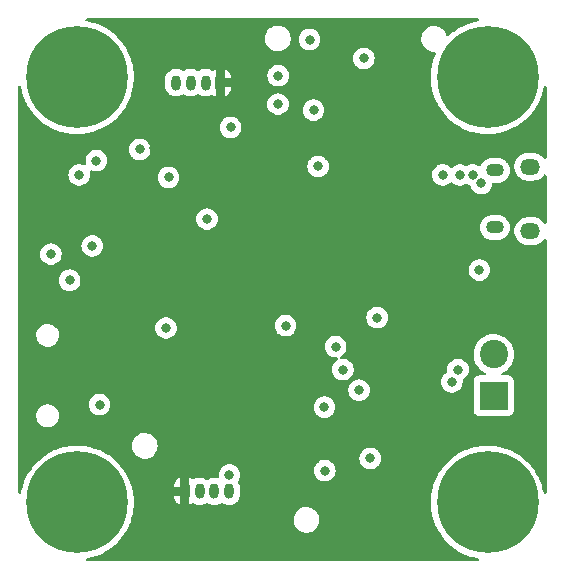
<source format=gbr>
%TF.GenerationSoftware,KiCad,Pcbnew,(6.0.6)*%
%TF.CreationDate,2023-01-10T19:01:41-05:00*%
%TF.ProjectId,STM32F4_REV1,53544d33-3246-4345-9f52-4556312e6b69,rev?*%
%TF.SameCoordinates,Original*%
%TF.FileFunction,Copper,L3,Inr*%
%TF.FilePolarity,Positive*%
%FSLAX46Y46*%
G04 Gerber Fmt 4.6, Leading zero omitted, Abs format (unit mm)*
G04 Created by KiCad (PCBNEW (6.0.6)) date 2023-01-10 19:01:41*
%MOMM*%
%LPD*%
G01*
G04 APERTURE LIST*
G04 Aperture macros list*
%AMRoundRect*
0 Rectangle with rounded corners*
0 $1 Rounding radius*
0 $2 $3 $4 $5 $6 $7 $8 $9 X,Y pos of 4 corners*
0 Add a 4 corners polygon primitive as box body*
4,1,4,$2,$3,$4,$5,$6,$7,$8,$9,$2,$3,0*
0 Add four circle primitives for the rounded corners*
1,1,$1+$1,$2,$3*
1,1,$1+$1,$4,$5*
1,1,$1+$1,$6,$7*
1,1,$1+$1,$8,$9*
0 Add four rect primitives between the rounded corners*
20,1,$1+$1,$2,$3,$4,$5,0*
20,1,$1+$1,$4,$5,$6,$7,0*
20,1,$1+$1,$6,$7,$8,$9,0*
20,1,$1+$1,$8,$9,$2,$3,0*%
G04 Aperture macros list end*
%TA.AperFunction,ComponentPad*%
%ADD10RoundRect,0.200000X-0.200000X-0.450000X0.200000X-0.450000X0.200000X0.450000X-0.200000X0.450000X0*%
%TD*%
%TA.AperFunction,ComponentPad*%
%ADD11O,0.800000X1.300000*%
%TD*%
%TA.AperFunction,ComponentPad*%
%ADD12RoundRect,0.200000X0.200000X0.450000X-0.200000X0.450000X-0.200000X-0.450000X0.200000X-0.450000X0*%
%TD*%
%TA.AperFunction,ComponentPad*%
%ADD13C,0.900000*%
%TD*%
%TA.AperFunction,ComponentPad*%
%ADD14C,8.600000*%
%TD*%
%TA.AperFunction,ComponentPad*%
%ADD15R,2.400000X2.400000*%
%TD*%
%TA.AperFunction,ComponentPad*%
%ADD16C,2.400000*%
%TD*%
%TA.AperFunction,ComponentPad*%
%ADD17O,1.700000X1.350000*%
%TD*%
%TA.AperFunction,ComponentPad*%
%ADD18O,1.500000X1.100000*%
%TD*%
%TA.AperFunction,ViaPad*%
%ADD19C,0.800000*%
%TD*%
G04 APERTURE END LIST*
D10*
%TO.N,+3V3*%
%TO.C,J3*%
X132125000Y-123300000D03*
D11*
%TO.N,USART3_TX*%
X133375000Y-123300000D03*
%TO.N,USART3_RX*%
X134625000Y-123300000D03*
%TO.N,GND*%
X135875000Y-123300000D03*
%TD*%
D12*
%TO.N,+3V3*%
%TO.C,J4*%
X135125000Y-88700000D03*
D11*
%TO.N,I2C1_SCL*%
X133875000Y-88700000D03*
%TO.N,I2C1_SDA*%
X132625000Y-88700000D03*
%TO.N,GND*%
X131375000Y-88700000D03*
%TD*%
D13*
%TO.N,GND*%
%TO.C,H3*%
X120719581Y-121969581D03*
X120719581Y-126530419D03*
X125280419Y-121969581D03*
X125280419Y-126530419D03*
D14*
X123000000Y-124250000D03*
D13*
X126225000Y-124250000D03*
X123000000Y-127475000D03*
X119775000Y-124250000D03*
X123000000Y-121025000D03*
%TD*%
%TO.N,GND*%
%TO.C,H4*%
X123000000Y-85025000D03*
X125280419Y-85969581D03*
X125280419Y-90530419D03*
X126225000Y-88250000D03*
X119775000Y-88250000D03*
X123000000Y-91475000D03*
X120719581Y-90530419D03*
X120719581Y-85969581D03*
D14*
X123000000Y-88250000D03*
%TD*%
D15*
%TO.N,GND*%
%TO.C,J1*%
X158280000Y-115200000D03*
D16*
%TO.N,+12V*%
X158280000Y-111700000D03*
%TD*%
D17*
%TO.N,unconnected-(J5-Pad6)*%
%TO.C,J5*%
X161375000Y-101275000D03*
X161375000Y-95815000D03*
D18*
X158375000Y-96125000D03*
X158375000Y-100965000D03*
%TD*%
D14*
%TO.N,GND*%
%TO.C,H1*%
X157750000Y-88250000D03*
D13*
X154525000Y-88250000D03*
X155469581Y-85969581D03*
X160975000Y-88250000D03*
X155469581Y-90530419D03*
X157750000Y-91475000D03*
X160030419Y-85969581D03*
X160030419Y-90530419D03*
X157750000Y-85025000D03*
%TD*%
%TO.N,GND*%
%TO.C,H2*%
X160975000Y-124250000D03*
X155469581Y-121969581D03*
D14*
X157750000Y-124250000D03*
D13*
X160030419Y-121969581D03*
X155469581Y-126530419D03*
X154525000Y-124250000D03*
X160030419Y-126530419D03*
X157750000Y-121025000D03*
X157750000Y-127475000D03*
%TD*%
D19*
%TO.N,GND*%
X143400000Y-95800000D03*
X143017341Y-91028381D03*
X144890000Y-111060000D03*
X157220000Y-97230000D03*
X147280000Y-86650000D03*
X123170000Y-96510000D03*
X143940000Y-116180000D03*
X130520000Y-109470000D03*
X157050000Y-104570000D03*
X153960000Y-96510000D03*
X155410000Y-96520000D03*
X142680000Y-85050000D03*
X130740000Y-96720000D03*
X135890000Y-121920000D03*
X140650000Y-109270000D03*
X154730000Y-114040000D03*
X124620000Y-95310000D03*
X146870000Y-114740000D03*
X122370000Y-105430000D03*
X124900000Y-115970000D03*
X148400000Y-108590000D03*
X156490000Y-96520000D03*
X124280000Y-102530000D03*
X128300000Y-94360000D03*
X143970000Y-121560000D03*
X147820000Y-120510000D03*
X120780000Y-103220000D03*
%TO.N,+3V3*%
X140930000Y-96340000D03*
X145420000Y-91910000D03*
X132030000Y-109280000D03*
X123530000Y-112040000D03*
X124620000Y-97240000D03*
X145590000Y-122980000D03*
X140040000Y-120230000D03*
X148320000Y-124970000D03*
X137010000Y-90790000D03*
X141500000Y-90800000D03*
X121000000Y-105200000D03*
X148310000Y-123030000D03*
X149330000Y-85030000D03*
X132080000Y-121920000D03*
X129520000Y-94220000D03*
X131730000Y-91270000D03*
X141610000Y-114970000D03*
X145590000Y-124980000D03*
X128840000Y-95640000D03*
X135000000Y-91270000D03*
X146860000Y-116750000D03*
X138940000Y-106270000D03*
X140030000Y-117460000D03*
X123530000Y-109960000D03*
%TO.N,Net-(J2-Pad6)*%
X140020000Y-88110000D03*
X140010000Y-90520000D03*
%TO.N,BUCK_FB*%
X155250000Y-113000000D03*
X145500000Y-113000000D03*
%TO.N,NRST*%
X136000000Y-92500000D03*
X134000000Y-100250000D03*
%TD*%
%TA.AperFunction,Conductor*%
%TO.N,+3V3*%
G36*
X156995221Y-83278502D02*
G01*
X157041714Y-83332158D01*
X157051818Y-83402432D01*
X157022324Y-83467012D01*
X156962598Y-83505396D01*
X156947789Y-83508790D01*
X156749249Y-83541836D01*
X156663671Y-83564048D01*
X156337400Y-83648731D01*
X156337389Y-83648734D01*
X156334682Y-83649437D01*
X156076575Y-83741599D01*
X155933964Y-83792520D01*
X155933959Y-83792522D01*
X155931321Y-83793464D01*
X155928781Y-83794635D01*
X155928776Y-83794637D01*
X155769755Y-83867947D01*
X155542361Y-83972777D01*
X155170880Y-84185957D01*
X155168577Y-84187566D01*
X155168570Y-84187571D01*
X154891921Y-84380923D01*
X154819820Y-84431315D01*
X154491961Y-84706909D01*
X154474386Y-84724576D01*
X154412165Y-84758762D01*
X154341336Y-84753882D01*
X154284389Y-84711484D01*
X154263793Y-84669918D01*
X154246805Y-84609685D01*
X154233746Y-84583202D01*
X154161205Y-84436104D01*
X154158650Y-84430923D01*
X154039393Y-84271219D01*
X153893030Y-84135922D01*
X153888147Y-84132841D01*
X153888143Y-84132838D01*
X153729346Y-84032645D01*
X153729341Y-84032643D01*
X153724462Y-84029564D01*
X153539334Y-83955705D01*
X153343847Y-83916820D01*
X153338072Y-83916744D01*
X153338068Y-83916744D01*
X153238588Y-83915442D01*
X153144547Y-83914211D01*
X153138850Y-83915190D01*
X153138849Y-83915190D01*
X153122805Y-83917947D01*
X152948108Y-83947966D01*
X152761111Y-84016953D01*
X152756149Y-84019905D01*
X152645184Y-84085922D01*
X152589816Y-84118862D01*
X152439961Y-84250281D01*
X152316565Y-84406809D01*
X152313876Y-84411920D01*
X152313874Y-84411923D01*
X152302719Y-84433126D01*
X152223760Y-84583202D01*
X152195964Y-84672721D01*
X152173223Y-84745958D01*
X152164654Y-84773554D01*
X152141227Y-84971489D01*
X152143096Y-85000000D01*
X152154263Y-85170380D01*
X152155684Y-85175976D01*
X152155685Y-85175981D01*
X152190627Y-85313564D01*
X152203326Y-85363564D01*
X152205743Y-85368807D01*
X152261304Y-85489328D01*
X152286772Y-85544573D01*
X152290105Y-85549289D01*
X152366471Y-85657344D01*
X152401807Y-85707344D01*
X152405949Y-85711379D01*
X152418859Y-85723955D01*
X152544578Y-85846425D01*
X152710304Y-85957160D01*
X152715607Y-85959438D01*
X152715610Y-85959440D01*
X152876476Y-86028553D01*
X152893435Y-86035839D01*
X152965516Y-86052149D01*
X153082201Y-86078553D01*
X153082207Y-86078554D01*
X153087838Y-86079828D01*
X153093609Y-86080055D01*
X153093611Y-86080055D01*
X153163663Y-86082807D01*
X153260640Y-86086617D01*
X153327922Y-86109278D01*
X153372273Y-86164717D01*
X153379610Y-86235334D01*
X153370394Y-86264671D01*
X153285159Y-86452134D01*
X153285154Y-86452145D01*
X153284002Y-86454680D01*
X153283080Y-86457306D01*
X153283075Y-86457318D01*
X153243633Y-86569634D01*
X153142089Y-86858790D01*
X153141398Y-86861510D01*
X153141397Y-86861514D01*
X153057502Y-87191852D01*
X153036661Y-87273914D01*
X152968552Y-87696768D01*
X152938302Y-88124001D01*
X152946151Y-88552233D01*
X152992036Y-88978071D01*
X152992582Y-88980817D01*
X152992583Y-88980822D01*
X153012483Y-89080865D01*
X153075594Y-89398144D01*
X153196163Y-89809127D01*
X153197190Y-89811740D01*
X153197190Y-89811741D01*
X153335651Y-90164145D01*
X153352789Y-90207765D01*
X153369468Y-90241144D01*
X153522161Y-90546731D01*
X153544231Y-90590901D01*
X153768974Y-90955502D01*
X154025239Y-91298682D01*
X154027100Y-91300760D01*
X154027101Y-91300761D01*
X154309127Y-91615637D01*
X154309133Y-91615643D01*
X154310995Y-91617722D01*
X154313046Y-91619638D01*
X154313047Y-91619639D01*
X154328304Y-91633891D01*
X154623981Y-91910098D01*
X154961719Y-92173493D01*
X155321533Y-92405822D01*
X155324012Y-92407126D01*
X155324015Y-92407128D01*
X155698077Y-92603932D01*
X155698083Y-92603935D01*
X155700577Y-92605247D01*
X155703175Y-92606331D01*
X155703179Y-92606333D01*
X156093263Y-92769109D01*
X156093268Y-92769111D01*
X156095847Y-92770187D01*
X156098512Y-92771030D01*
X156098518Y-92771032D01*
X156320561Y-92841254D01*
X156504214Y-92899336D01*
X156922446Y-92991673D01*
X156925220Y-92992031D01*
X156925221Y-92992031D01*
X157344460Y-93046109D01*
X157344467Y-93046110D01*
X157347230Y-93046466D01*
X157350017Y-93046576D01*
X157350023Y-93046576D01*
X157598238Y-93056328D01*
X157775203Y-93063281D01*
X157777995Y-93063142D01*
X157778000Y-93063142D01*
X158200172Y-93042125D01*
X158200181Y-93042124D01*
X158202976Y-93041985D01*
X158205753Y-93041597D01*
X158205755Y-93041597D01*
X158280066Y-93031219D01*
X158627163Y-92982747D01*
X159044404Y-92886036D01*
X159258307Y-92815915D01*
X159448744Y-92753487D01*
X159448750Y-92753485D01*
X159451397Y-92752617D01*
X159844918Y-92583547D01*
X160221852Y-92380164D01*
X160579214Y-92144080D01*
X160914175Y-91877162D01*
X161224082Y-91581525D01*
X161225919Y-91579431D01*
X161225927Y-91579422D01*
X161504635Y-91261616D01*
X161506482Y-91259510D01*
X161536582Y-91218309D01*
X161757490Y-90915923D01*
X161759139Y-90913666D01*
X161769005Y-90897279D01*
X161978601Y-90549142D01*
X161978606Y-90549133D01*
X161980052Y-90546731D01*
X162167471Y-90161611D01*
X162293111Y-89831729D01*
X162318918Y-89763971D01*
X162318920Y-89763964D01*
X162319914Y-89761355D01*
X162436173Y-89349132D01*
X162440283Y-89327279D01*
X162491670Y-89054010D01*
X162523917Y-88990759D01*
X162585241Y-88954983D01*
X162656172Y-88958041D01*
X162714189Y-88998961D01*
X162740874Y-89064752D01*
X162741500Y-89077296D01*
X162741500Y-95045955D01*
X162721498Y-95114076D01*
X162667842Y-95160569D01*
X162597568Y-95170673D01*
X162532988Y-95141179D01*
X162514060Y-95120557D01*
X162511573Y-95116376D01*
X162368158Y-94952842D01*
X162292087Y-94892872D01*
X162201876Y-94821755D01*
X162201874Y-94821753D01*
X162197342Y-94818181D01*
X162004846Y-94716905D01*
X161956406Y-94701864D01*
X161802639Y-94654117D01*
X161802636Y-94654116D01*
X161797118Y-94652403D01*
X161782833Y-94650712D01*
X161624197Y-94631936D01*
X161624190Y-94631936D01*
X161620510Y-94631500D01*
X161144824Y-94631500D01*
X160983400Y-94646333D01*
X160977838Y-94647902D01*
X160977836Y-94647902D01*
X160878728Y-94675853D01*
X160774055Y-94705374D01*
X160578974Y-94801577D01*
X160404691Y-94931720D01*
X160400777Y-94935954D01*
X160400775Y-94935956D01*
X160266667Y-95081034D01*
X160257044Y-95091444D01*
X160140976Y-95275401D01*
X160060376Y-95477428D01*
X160017941Y-95690761D01*
X160017865Y-95696536D01*
X160017865Y-95696540D01*
X160017253Y-95743336D01*
X160015094Y-95908254D01*
X160016073Y-95913951D01*
X160016073Y-95913952D01*
X160047568Y-96097237D01*
X160051930Y-96122625D01*
X160127214Y-96326693D01*
X160238427Y-96513624D01*
X160381842Y-96677158D01*
X160386373Y-96680730D01*
X160441918Y-96724518D01*
X160552658Y-96811819D01*
X160745154Y-96913095D01*
X160787342Y-96926195D01*
X160947361Y-96975883D01*
X160947364Y-96975884D01*
X160952882Y-96977597D01*
X160958619Y-96978276D01*
X161125803Y-96998064D01*
X161125810Y-96998064D01*
X161129490Y-96998500D01*
X161605176Y-96998500D01*
X161766600Y-96983667D01*
X161772162Y-96982098D01*
X161772164Y-96982098D01*
X161871272Y-96954147D01*
X161975945Y-96924626D01*
X162171026Y-96828423D01*
X162345309Y-96698280D01*
X162349225Y-96694044D01*
X162489037Y-96542796D01*
X162489039Y-96542793D01*
X162492956Y-96538556D01*
X162508938Y-96513226D01*
X162562205Y-96466287D01*
X162632392Y-96455598D01*
X162697216Y-96484552D01*
X162736096Y-96543957D01*
X162741500Y-96580461D01*
X162741500Y-100505955D01*
X162721498Y-100574076D01*
X162667842Y-100620569D01*
X162597568Y-100630673D01*
X162532988Y-100601179D01*
X162514060Y-100580557D01*
X162511573Y-100576376D01*
X162368158Y-100412842D01*
X162314105Y-100370230D01*
X162201876Y-100281755D01*
X162201874Y-100281753D01*
X162197342Y-100278181D01*
X162004846Y-100176905D01*
X161956406Y-100161864D01*
X161802639Y-100114117D01*
X161802636Y-100114116D01*
X161797118Y-100112403D01*
X161782833Y-100110712D01*
X161624197Y-100091936D01*
X161624190Y-100091936D01*
X161620510Y-100091500D01*
X161144824Y-100091500D01*
X160983400Y-100106333D01*
X160977838Y-100107902D01*
X160977836Y-100107902D01*
X160878728Y-100135853D01*
X160774055Y-100165374D01*
X160578974Y-100261577D01*
X160574348Y-100265031D01*
X160574347Y-100265032D01*
X160416904Y-100382600D01*
X160404691Y-100391720D01*
X160400777Y-100395954D01*
X160400775Y-100395956D01*
X160299094Y-100505955D01*
X160257044Y-100551444D01*
X160140976Y-100735401D01*
X160060376Y-100937428D01*
X160017941Y-101150761D01*
X160017865Y-101156536D01*
X160017865Y-101156540D01*
X160017686Y-101170213D01*
X160015094Y-101368254D01*
X160016073Y-101373951D01*
X160016073Y-101373952D01*
X160048819Y-101564518D01*
X160051930Y-101582625D01*
X160127214Y-101786693D01*
X160203905Y-101915598D01*
X160224463Y-101950152D01*
X160238427Y-101973624D01*
X160381842Y-102137158D01*
X160386373Y-102140730D01*
X160416816Y-102164729D01*
X160552658Y-102271819D01*
X160745154Y-102373095D01*
X160787342Y-102386195D01*
X160947361Y-102435883D01*
X160947364Y-102435884D01*
X160952882Y-102437597D01*
X160958619Y-102438276D01*
X161125803Y-102458064D01*
X161125810Y-102458064D01*
X161129490Y-102458500D01*
X161605176Y-102458500D01*
X161766600Y-102443667D01*
X161772162Y-102442098D01*
X161772164Y-102442098D01*
X161871273Y-102414146D01*
X161975945Y-102384626D01*
X162171026Y-102288423D01*
X162345309Y-102158280D01*
X162469898Y-102023500D01*
X162489037Y-102002796D01*
X162489039Y-102002793D01*
X162492956Y-101998556D01*
X162508938Y-101973226D01*
X162562205Y-101926287D01*
X162632392Y-101915598D01*
X162697216Y-101944552D01*
X162736096Y-102003957D01*
X162741500Y-102040461D01*
X162741500Y-123405768D01*
X162721498Y-123473889D01*
X162667842Y-123520382D01*
X162597568Y-123530486D01*
X162532988Y-123500992D01*
X162494604Y-123441266D01*
X162490621Y-123422541D01*
X162488368Y-123405768D01*
X162487275Y-123397630D01*
X162485976Y-123391887D01*
X162393368Y-122982618D01*
X162393368Y-122982617D01*
X162392750Y-122979887D01*
X162333632Y-122796309D01*
X162262318Y-122574856D01*
X162262316Y-122574849D01*
X162261463Y-122572202D01*
X162118234Y-122233955D01*
X162095550Y-122180384D01*
X162095548Y-122180379D01*
X162094456Y-122177801D01*
X161893050Y-121799807D01*
X161740711Y-121566565D01*
X161660381Y-121443573D01*
X161660378Y-121443569D01*
X161658840Y-121441214D01*
X161415677Y-121132763D01*
X161395409Y-121107053D01*
X161395407Y-121107051D01*
X161393680Y-121104860D01*
X161099670Y-120793409D01*
X161097579Y-120791556D01*
X161097571Y-120791548D01*
X160781237Y-120511188D01*
X160781235Y-120511186D01*
X160779137Y-120509327D01*
X160434621Y-120254863D01*
X160234127Y-120132721D01*
X160071237Y-120033487D01*
X160071230Y-120033483D01*
X160068848Y-120032032D01*
X159951514Y-119974169D01*
X159687228Y-119843838D01*
X159684714Y-119842598D01*
X159285262Y-119688062D01*
X158984377Y-119601500D01*
X158876335Y-119570417D01*
X158876329Y-119570415D01*
X158873654Y-119569646D01*
X158870917Y-119569117D01*
X158870911Y-119569115D01*
X158725828Y-119541046D01*
X158453148Y-119488289D01*
X158450374Y-119488005D01*
X158450362Y-119488003D01*
X158167111Y-119458982D01*
X158027076Y-119444634D01*
X158024286Y-119444597D01*
X158024278Y-119444597D01*
X157756825Y-119441096D01*
X157598809Y-119439028D01*
X157596009Y-119439241D01*
X157596008Y-119439241D01*
X157521364Y-119444919D01*
X157171740Y-119471514D01*
X156749249Y-119541836D01*
X156663671Y-119564048D01*
X156337400Y-119648731D01*
X156337389Y-119648734D01*
X156334682Y-119649437D01*
X156140195Y-119718882D01*
X155933964Y-119792520D01*
X155933959Y-119792522D01*
X155931321Y-119793464D01*
X155928781Y-119794635D01*
X155928776Y-119794637D01*
X155826930Y-119841589D01*
X155542361Y-119972777D01*
X155539938Y-119974167D01*
X155539935Y-119974169D01*
X155496094Y-119999328D01*
X155170880Y-120185957D01*
X155168577Y-120187566D01*
X155168570Y-120187571D01*
X154822129Y-120429701D01*
X154819820Y-120431315D01*
X154491961Y-120706909D01*
X154189899Y-121010557D01*
X153916025Y-121339855D01*
X153914431Y-121342162D01*
X153914429Y-121342164D01*
X153889113Y-121378794D01*
X153672508Y-121692194D01*
X153461276Y-122064786D01*
X153460117Y-122067335D01*
X153460115Y-122067339D01*
X153445453Y-122099586D01*
X153284002Y-122454680D01*
X153283080Y-122457306D01*
X153283075Y-122457318D01*
X153245697Y-122563757D01*
X153142089Y-122858790D01*
X153141398Y-122861510D01*
X153141397Y-122861514D01*
X153126763Y-122919135D01*
X153036661Y-123273914D01*
X152968552Y-123696768D01*
X152938302Y-124124001D01*
X152946151Y-124552233D01*
X152992036Y-124978071D01*
X152992582Y-124980817D01*
X152992583Y-124980822D01*
X153027449Y-125156104D01*
X153075594Y-125398144D01*
X153196163Y-125809127D01*
X153197190Y-125811740D01*
X153197190Y-125811741D01*
X153337177Y-126168029D01*
X153352789Y-126207765D01*
X153383531Y-126269289D01*
X153524358Y-126551128D01*
X153544231Y-126590901D01*
X153768974Y-126955502D01*
X154025239Y-127298682D01*
X154027100Y-127300760D01*
X154027101Y-127300761D01*
X154309127Y-127615637D01*
X154309133Y-127615643D01*
X154310995Y-127617722D01*
X154623981Y-127910098D01*
X154961719Y-128173493D01*
X155321533Y-128405822D01*
X155324012Y-128407126D01*
X155324015Y-128407128D01*
X155698077Y-128603932D01*
X155698083Y-128603935D01*
X155700577Y-128605247D01*
X155703175Y-128606331D01*
X155703179Y-128606333D01*
X156093263Y-128769109D01*
X156093268Y-128769111D01*
X156095847Y-128770187D01*
X156098512Y-128771030D01*
X156098518Y-128771032D01*
X156320561Y-128841254D01*
X156504214Y-128899336D01*
X156506944Y-128899939D01*
X156506945Y-128899939D01*
X156919717Y-128991071D01*
X156919728Y-128991073D01*
X156921771Y-128991524D01*
X156922446Y-128991673D01*
X156922409Y-128991839D01*
X156985140Y-129022794D01*
X157021715Y-129083645D01*
X157019585Y-129154609D01*
X156979426Y-129213157D01*
X156913990Y-129240699D01*
X156899808Y-129241500D01*
X123837562Y-129241500D01*
X123769441Y-129221498D01*
X123722948Y-129167842D01*
X123712844Y-129097568D01*
X123742338Y-129032988D01*
X123802064Y-128994604D01*
X123820135Y-128990711D01*
X123820321Y-128990685D01*
X123877163Y-128982747D01*
X124294404Y-128886036D01*
X124508307Y-128815915D01*
X124698744Y-128753487D01*
X124698750Y-128753485D01*
X124701397Y-128752617D01*
X125094918Y-128583547D01*
X125471852Y-128380164D01*
X125829214Y-128144080D01*
X126164175Y-127877162D01*
X126474082Y-127581525D01*
X126475919Y-127579431D01*
X126475927Y-127579422D01*
X126754635Y-127261616D01*
X126756482Y-127259510D01*
X127009139Y-126913666D01*
X127010585Y-126911265D01*
X127228601Y-126549142D01*
X127228606Y-126549133D01*
X127230052Y-126546731D01*
X127365069Y-126269289D01*
X127416238Y-126164145D01*
X127416239Y-126164142D01*
X127417471Y-126161611D01*
X127520773Y-125890380D01*
X127568918Y-125763971D01*
X127568920Y-125763964D01*
X127569914Y-125761355D01*
X127589618Y-125691489D01*
X141331227Y-125691489D01*
X141333096Y-125720000D01*
X141344263Y-125890380D01*
X141393326Y-126083564D01*
X141395743Y-126088807D01*
X141472388Y-126255063D01*
X141476772Y-126264573D01*
X141591807Y-126427344D01*
X141734578Y-126566425D01*
X141900304Y-126677160D01*
X141905607Y-126679438D01*
X141905610Y-126679440D01*
X142078128Y-126753559D01*
X142083435Y-126755839D01*
X142155516Y-126772149D01*
X142272201Y-126798553D01*
X142272207Y-126798554D01*
X142277838Y-126799828D01*
X142283609Y-126800055D01*
X142283611Y-126800055D01*
X142344556Y-126802449D01*
X142477001Y-126807653D01*
X142576959Y-126793160D01*
X142668535Y-126779883D01*
X142668540Y-126779882D01*
X142674256Y-126779053D01*
X142679728Y-126777195D01*
X142679730Y-126777195D01*
X142857532Y-126716839D01*
X142857534Y-126716838D01*
X142862996Y-126714984D01*
X143036899Y-126617594D01*
X143190143Y-126490143D01*
X143317594Y-126336899D01*
X143414984Y-126162996D01*
X143433872Y-126107356D01*
X143477195Y-125979730D01*
X143477195Y-125979728D01*
X143479053Y-125974256D01*
X143479882Y-125968540D01*
X143479883Y-125968535D01*
X143502995Y-125809127D01*
X143507653Y-125777001D01*
X143509146Y-125720000D01*
X143490908Y-125521519D01*
X143477907Y-125475419D01*
X143438373Y-125335244D01*
X143438372Y-125335242D01*
X143436805Y-125329685D01*
X143423746Y-125303202D01*
X143351205Y-125156104D01*
X143348650Y-125150923D01*
X143229393Y-124991219D01*
X143083030Y-124855922D01*
X143078147Y-124852841D01*
X143078143Y-124852838D01*
X142919346Y-124752645D01*
X142919341Y-124752643D01*
X142914462Y-124749564D01*
X142729334Y-124675705D01*
X142533847Y-124636820D01*
X142528072Y-124636744D01*
X142528068Y-124636744D01*
X142428588Y-124635442D01*
X142334547Y-124634211D01*
X142328850Y-124635190D01*
X142328849Y-124635190D01*
X142169685Y-124662540D01*
X142138108Y-124667966D01*
X141951111Y-124736953D01*
X141779816Y-124838862D01*
X141629961Y-124970281D01*
X141506565Y-125126809D01*
X141413760Y-125303202D01*
X141354654Y-125493554D01*
X141331227Y-125691489D01*
X127589618Y-125691489D01*
X127686173Y-125349132D01*
X127694810Y-125303202D01*
X127764811Y-124930954D01*
X127764813Y-124930942D01*
X127765327Y-124928207D01*
X127806750Y-124501911D01*
X127808891Y-124420166D01*
X127813289Y-124252234D01*
X127813289Y-124252220D01*
X127813347Y-124250000D01*
X127794291Y-123822121D01*
X127793597Y-123816950D01*
X127791818Y-123803705D01*
X131217001Y-123803705D01*
X131217264Y-123809454D01*
X131223132Y-123873315D01*
X131225743Y-123886351D01*
X131272715Y-124036243D01*
X131278921Y-124049988D01*
X131359824Y-124183574D01*
X131369131Y-124195443D01*
X131479557Y-124305869D01*
X131491426Y-124315176D01*
X131625012Y-124396079D01*
X131638757Y-124402285D01*
X131732713Y-124431729D01*
X131746813Y-124431984D01*
X131750000Y-124425327D01*
X131750000Y-123693115D01*
X131745525Y-123677876D01*
X131744135Y-123676671D01*
X131736452Y-123675000D01*
X131235116Y-123675000D01*
X131219877Y-123679475D01*
X131218672Y-123680865D01*
X131217001Y-123688548D01*
X131217001Y-123803705D01*
X127791818Y-123803705D01*
X127764575Y-123600880D01*
X127764136Y-123597610D01*
X132466500Y-123597610D01*
X132481458Y-123739928D01*
X132483498Y-123746206D01*
X132493833Y-123778014D01*
X132500000Y-123816950D01*
X132500000Y-124419031D01*
X132503973Y-124432562D01*
X132511277Y-124433612D01*
X132611243Y-124402285D01*
X132624988Y-124396079D01*
X132754578Y-124317596D01*
X132823208Y-124299417D01*
X132893911Y-124323436D01*
X132918248Y-124341118D01*
X132924276Y-124343802D01*
X132924278Y-124343803D01*
X133041693Y-124396079D01*
X133092712Y-124418794D01*
X133162425Y-124433612D01*
X133273056Y-124457128D01*
X133273061Y-124457128D01*
X133279513Y-124458500D01*
X133470487Y-124458500D01*
X133476939Y-124457128D01*
X133476944Y-124457128D01*
X133587575Y-124433612D01*
X133657288Y-124418794D01*
X133708307Y-124396079D01*
X133825722Y-124343803D01*
X133825724Y-124343802D01*
X133831752Y-124341118D01*
X133922219Y-124275390D01*
X133925939Y-124272687D01*
X133992807Y-124248828D01*
X134061958Y-124264909D01*
X134074061Y-124272687D01*
X134077782Y-124275390D01*
X134168248Y-124341118D01*
X134174276Y-124343802D01*
X134174278Y-124343803D01*
X134291693Y-124396079D01*
X134342712Y-124418794D01*
X134412425Y-124433612D01*
X134523056Y-124457128D01*
X134523061Y-124457128D01*
X134529513Y-124458500D01*
X134720487Y-124458500D01*
X134726939Y-124457128D01*
X134726944Y-124457128D01*
X134837575Y-124433612D01*
X134907288Y-124418794D01*
X134958307Y-124396079D01*
X135075722Y-124343803D01*
X135075724Y-124343802D01*
X135081752Y-124341118D01*
X135172219Y-124275390D01*
X135175939Y-124272687D01*
X135242807Y-124248828D01*
X135311958Y-124264909D01*
X135324061Y-124272687D01*
X135327782Y-124275390D01*
X135418248Y-124341118D01*
X135424276Y-124343802D01*
X135424278Y-124343803D01*
X135541693Y-124396079D01*
X135592712Y-124418794D01*
X135662425Y-124433612D01*
X135773056Y-124457128D01*
X135773061Y-124457128D01*
X135779513Y-124458500D01*
X135970487Y-124458500D01*
X135976939Y-124457128D01*
X135976944Y-124457128D01*
X136087575Y-124433612D01*
X136157288Y-124418794D01*
X136208307Y-124396079D01*
X136325722Y-124343803D01*
X136325724Y-124343802D01*
X136331752Y-124341118D01*
X136486253Y-124228866D01*
X136500100Y-124213487D01*
X136609621Y-124091852D01*
X136609622Y-124091851D01*
X136614040Y-124086944D01*
X136709527Y-123921556D01*
X136768542Y-123739928D01*
X136783500Y-123597610D01*
X136783500Y-123002390D01*
X136768542Y-122860072D01*
X136709527Y-122678444D01*
X136706223Y-122672721D01*
X136641715Y-122560990D01*
X136624977Y-122491995D01*
X136641715Y-122434990D01*
X136646843Y-122426109D01*
X136690139Y-122351118D01*
X136721223Y-122297279D01*
X136721224Y-122297278D01*
X136724527Y-122291556D01*
X136783542Y-122109928D01*
X136803504Y-121920000D01*
X136790871Y-121799807D01*
X136784232Y-121736635D01*
X136784232Y-121736633D01*
X136783542Y-121730072D01*
X136728282Y-121560000D01*
X143056496Y-121560000D01*
X143057186Y-121566565D01*
X143070647Y-121694636D01*
X143076458Y-121749928D01*
X143135473Y-121931556D01*
X143230960Y-122096944D01*
X143235378Y-122101851D01*
X143235379Y-122101852D01*
X143327282Y-122203921D01*
X143358747Y-122238866D01*
X143513248Y-122351118D01*
X143519276Y-122353802D01*
X143519278Y-122353803D01*
X143681681Y-122426109D01*
X143687712Y-122428794D01*
X143781113Y-122448647D01*
X143868056Y-122467128D01*
X143868061Y-122467128D01*
X143874513Y-122468500D01*
X144065487Y-122468500D01*
X144071939Y-122467128D01*
X144071944Y-122467128D01*
X144158887Y-122448647D01*
X144252288Y-122428794D01*
X144258319Y-122426109D01*
X144420722Y-122353803D01*
X144420724Y-122353802D01*
X144426752Y-122351118D01*
X144581253Y-122238866D01*
X144612718Y-122203921D01*
X144704621Y-122101852D01*
X144704622Y-122101851D01*
X144709040Y-122096944D01*
X144804527Y-121931556D01*
X144863542Y-121749928D01*
X144869354Y-121694636D01*
X144882814Y-121566565D01*
X144883504Y-121560000D01*
X144863542Y-121370072D01*
X144804527Y-121188444D01*
X144772380Y-121132763D01*
X144755096Y-121102828D01*
X144709040Y-121023056D01*
X144581253Y-120881134D01*
X144463318Y-120795449D01*
X144432094Y-120772763D01*
X144432093Y-120772762D01*
X144426752Y-120768882D01*
X144420724Y-120766198D01*
X144420722Y-120766197D01*
X144258319Y-120693891D01*
X144258318Y-120693891D01*
X144252288Y-120691206D01*
X144158887Y-120671353D01*
X144071944Y-120652872D01*
X144071939Y-120652872D01*
X144065487Y-120651500D01*
X143874513Y-120651500D01*
X143868061Y-120652872D01*
X143868056Y-120652872D01*
X143781113Y-120671353D01*
X143687712Y-120691206D01*
X143681682Y-120693891D01*
X143681681Y-120693891D01*
X143519278Y-120766197D01*
X143519276Y-120766198D01*
X143513248Y-120768882D01*
X143507907Y-120772762D01*
X143507906Y-120772763D01*
X143476682Y-120795449D01*
X143358747Y-120881134D01*
X143230960Y-121023056D01*
X143184904Y-121102828D01*
X143167621Y-121132763D01*
X143135473Y-121188444D01*
X143076458Y-121370072D01*
X143056496Y-121560000D01*
X136728282Y-121560000D01*
X136724527Y-121548444D01*
X136629040Y-121383056D01*
X136611697Y-121363794D01*
X136505675Y-121246045D01*
X136505674Y-121246044D01*
X136501253Y-121241134D01*
X136346752Y-121128882D01*
X136340724Y-121126198D01*
X136340722Y-121126197D01*
X136178319Y-121053891D01*
X136178318Y-121053891D01*
X136172288Y-121051206D01*
X136078888Y-121031353D01*
X135991944Y-121012872D01*
X135991939Y-121012872D01*
X135985487Y-121011500D01*
X135794513Y-121011500D01*
X135788061Y-121012872D01*
X135788056Y-121012872D01*
X135701112Y-121031353D01*
X135607712Y-121051206D01*
X135601682Y-121053891D01*
X135601681Y-121053891D01*
X135439278Y-121126197D01*
X135439276Y-121126198D01*
X135433248Y-121128882D01*
X135278747Y-121241134D01*
X135274326Y-121246044D01*
X135274325Y-121246045D01*
X135168304Y-121363794D01*
X135150960Y-121383056D01*
X135055473Y-121548444D01*
X134996458Y-121730072D01*
X134995768Y-121736633D01*
X134995768Y-121736635D01*
X134989129Y-121799807D01*
X134976496Y-121920000D01*
X134977186Y-121926564D01*
X134988031Y-122029747D01*
X134975259Y-122099586D01*
X134926757Y-122151432D01*
X134857924Y-122168827D01*
X134836524Y-122166164D01*
X134726953Y-122142873D01*
X134726940Y-122142872D01*
X134720487Y-122141500D01*
X134529513Y-122141500D01*
X134523061Y-122142872D01*
X134523056Y-122142872D01*
X134436113Y-122161353D01*
X134342712Y-122181206D01*
X134336682Y-122183891D01*
X134336681Y-122183891D01*
X134174278Y-122256197D01*
X134174276Y-122256198D01*
X134168248Y-122258882D01*
X134162907Y-122262762D01*
X134162906Y-122262763D01*
X134074061Y-122327313D01*
X134007193Y-122351172D01*
X133938042Y-122335091D01*
X133925939Y-122327313D01*
X133837094Y-122262763D01*
X133837093Y-122262762D01*
X133831752Y-122258882D01*
X133825724Y-122256198D01*
X133825722Y-122256197D01*
X133663319Y-122183891D01*
X133663318Y-122183891D01*
X133657288Y-122181206D01*
X133563887Y-122161353D01*
X133476944Y-122142872D01*
X133476939Y-122142872D01*
X133470487Y-122141500D01*
X133279513Y-122141500D01*
X133273061Y-122142872D01*
X133273056Y-122142872D01*
X133186113Y-122161353D01*
X133092712Y-122181206D01*
X133086682Y-122183891D01*
X133086681Y-122183891D01*
X132924278Y-122256197D01*
X132924276Y-122256198D01*
X132918248Y-122258882D01*
X132912907Y-122262762D01*
X132912906Y-122262763D01*
X132893911Y-122276564D01*
X132827044Y-122300422D01*
X132754578Y-122282404D01*
X132624988Y-122203921D01*
X132611243Y-122197715D01*
X132517287Y-122168271D01*
X132503187Y-122168016D01*
X132500000Y-122174673D01*
X132500000Y-122783050D01*
X132493833Y-122821986D01*
X132481458Y-122860072D01*
X132466500Y-123002390D01*
X132466500Y-123597610D01*
X127764136Y-123597610D01*
X127737275Y-123397630D01*
X127735976Y-123391887D01*
X127643368Y-122982618D01*
X127643368Y-122982617D01*
X127642750Y-122979887D01*
X127619241Y-122906885D01*
X131217000Y-122906885D01*
X131221475Y-122922124D01*
X131222865Y-122923329D01*
X131230548Y-122925000D01*
X131731885Y-122925000D01*
X131747124Y-122920525D01*
X131748329Y-122919135D01*
X131750000Y-122911452D01*
X131750000Y-122180969D01*
X131746027Y-122167438D01*
X131738723Y-122166388D01*
X131638757Y-122197715D01*
X131625012Y-122203921D01*
X131491426Y-122284824D01*
X131479557Y-122294131D01*
X131369131Y-122404557D01*
X131359824Y-122416426D01*
X131278921Y-122550012D01*
X131272715Y-122563757D01*
X131225744Y-122713644D01*
X131223131Y-122726694D01*
X131217266Y-122790521D01*
X131217000Y-122796309D01*
X131217000Y-122906885D01*
X127619241Y-122906885D01*
X127583632Y-122796309D01*
X127512318Y-122574856D01*
X127512316Y-122574849D01*
X127511463Y-122572202D01*
X127368234Y-122233955D01*
X127345550Y-122180384D01*
X127345548Y-122180379D01*
X127344456Y-122177801D01*
X127143050Y-121799807D01*
X126990711Y-121566565D01*
X126910381Y-121443573D01*
X126910378Y-121443569D01*
X126908840Y-121441214D01*
X126665677Y-121132763D01*
X126645409Y-121107053D01*
X126645407Y-121107051D01*
X126643680Y-121104860D01*
X126349670Y-120793409D01*
X126347579Y-120791556D01*
X126347571Y-120791548D01*
X126031237Y-120511188D01*
X126031235Y-120511186D01*
X126029137Y-120509327D01*
X125684621Y-120254863D01*
X125484127Y-120132721D01*
X125321237Y-120033487D01*
X125321230Y-120033483D01*
X125318848Y-120032032D01*
X125201514Y-119974169D01*
X124937228Y-119843838D01*
X124934714Y-119842598D01*
X124535262Y-119688062D01*
X124234377Y-119601500D01*
X124126335Y-119570417D01*
X124126329Y-119570415D01*
X124123654Y-119569646D01*
X124120917Y-119569117D01*
X124120911Y-119569115D01*
X123975828Y-119541046D01*
X123703148Y-119488289D01*
X123700374Y-119488005D01*
X123700362Y-119488003D01*
X123417111Y-119458982D01*
X123277076Y-119444634D01*
X123274286Y-119444597D01*
X123274278Y-119444597D01*
X123006825Y-119441096D01*
X122848809Y-119439028D01*
X122846009Y-119439241D01*
X122846008Y-119439241D01*
X122771364Y-119444919D01*
X122421740Y-119471514D01*
X121999249Y-119541836D01*
X121913671Y-119564048D01*
X121587400Y-119648731D01*
X121587389Y-119648734D01*
X121584682Y-119649437D01*
X121390195Y-119718882D01*
X121183964Y-119792520D01*
X121183959Y-119792522D01*
X121181321Y-119793464D01*
X121178781Y-119794635D01*
X121178776Y-119794637D01*
X121076930Y-119841589D01*
X120792361Y-119972777D01*
X120789938Y-119974167D01*
X120789935Y-119974169D01*
X120746094Y-119999328D01*
X120420880Y-120185957D01*
X120418577Y-120187566D01*
X120418570Y-120187571D01*
X120072129Y-120429701D01*
X120069820Y-120431315D01*
X119741961Y-120706909D01*
X119439899Y-121010557D01*
X119166025Y-121339855D01*
X119164431Y-121342162D01*
X119164429Y-121342164D01*
X119139113Y-121378794D01*
X118922508Y-121692194D01*
X118711276Y-122064786D01*
X118710117Y-122067335D01*
X118710115Y-122067339D01*
X118695453Y-122099586D01*
X118534002Y-122454680D01*
X118533080Y-122457306D01*
X118533075Y-122457318D01*
X118495697Y-122563757D01*
X118392089Y-122858790D01*
X118391398Y-122861510D01*
X118391397Y-122861514D01*
X118376763Y-122919135D01*
X118286661Y-123273914D01*
X118267659Y-123391887D01*
X118264435Y-123411904D01*
X118233855Y-123475977D01*
X118173488Y-123513346D01*
X118102502Y-123512146D01*
X118043433Y-123472759D01*
X118015035Y-123407689D01*
X118014038Y-123391887D01*
X118013414Y-119431489D01*
X127631227Y-119431489D01*
X127633096Y-119460000D01*
X127644263Y-119630380D01*
X127645684Y-119635976D01*
X127645685Y-119635981D01*
X127685442Y-119792520D01*
X127693326Y-119823564D01*
X127695743Y-119828807D01*
X127762756Y-119974169D01*
X127776772Y-120004573D01*
X127780105Y-120009289D01*
X127871383Y-120138444D01*
X127891807Y-120167344D01*
X128034578Y-120306425D01*
X128200304Y-120417160D01*
X128205607Y-120419438D01*
X128205610Y-120419440D01*
X128378128Y-120493559D01*
X128383435Y-120495839D01*
X128451268Y-120511188D01*
X128572201Y-120538553D01*
X128572207Y-120538554D01*
X128577838Y-120539828D01*
X128583609Y-120540055D01*
X128583611Y-120540055D01*
X128644556Y-120542449D01*
X128777001Y-120547653D01*
X128876959Y-120533160D01*
X128968535Y-120519883D01*
X128968540Y-120519882D01*
X128974256Y-120519053D01*
X128979728Y-120517195D01*
X128979730Y-120517195D01*
X129000926Y-120510000D01*
X146906496Y-120510000D01*
X146926458Y-120699928D01*
X146985473Y-120881556D01*
X147080960Y-121046944D01*
X147085378Y-121051851D01*
X147085379Y-121051852D01*
X147154737Y-121128882D01*
X147208747Y-121188866D01*
X147363248Y-121301118D01*
X147369276Y-121303802D01*
X147369278Y-121303803D01*
X147450253Y-121339855D01*
X147537712Y-121378794D01*
X147631112Y-121398647D01*
X147718056Y-121417128D01*
X147718061Y-121417128D01*
X147724513Y-121418500D01*
X147915487Y-121418500D01*
X147921939Y-121417128D01*
X147921944Y-121417128D01*
X148008888Y-121398647D01*
X148102288Y-121378794D01*
X148189747Y-121339855D01*
X148270722Y-121303803D01*
X148270724Y-121303802D01*
X148276752Y-121301118D01*
X148431253Y-121188866D01*
X148485263Y-121128882D01*
X148554621Y-121051852D01*
X148554622Y-121051851D01*
X148559040Y-121046944D01*
X148654527Y-120881556D01*
X148713542Y-120699928D01*
X148733504Y-120510000D01*
X148713542Y-120320072D01*
X148654527Y-120138444D01*
X148559040Y-119973056D01*
X148500490Y-119908029D01*
X148435675Y-119836045D01*
X148435674Y-119836044D01*
X148431253Y-119831134D01*
X148276752Y-119718882D01*
X148270724Y-119716198D01*
X148270722Y-119716197D01*
X148108319Y-119643891D01*
X148108318Y-119643891D01*
X148102288Y-119641206D01*
X148008887Y-119621353D01*
X147921944Y-119602872D01*
X147921939Y-119602872D01*
X147915487Y-119601500D01*
X147724513Y-119601500D01*
X147718061Y-119602872D01*
X147718056Y-119602872D01*
X147631113Y-119621353D01*
X147537712Y-119641206D01*
X147531682Y-119643891D01*
X147531681Y-119643891D01*
X147369278Y-119716197D01*
X147369276Y-119716198D01*
X147363248Y-119718882D01*
X147208747Y-119831134D01*
X147204326Y-119836044D01*
X147204325Y-119836045D01*
X147139511Y-119908029D01*
X147080960Y-119973056D01*
X146985473Y-120138444D01*
X146926458Y-120320072D01*
X146906496Y-120510000D01*
X129000926Y-120510000D01*
X129157532Y-120456839D01*
X129157534Y-120456838D01*
X129162996Y-120454984D01*
X129336899Y-120357594D01*
X129490143Y-120230143D01*
X129617594Y-120076899D01*
X129714984Y-119902996D01*
X129735487Y-119842598D01*
X129777195Y-119719730D01*
X129777195Y-119719728D01*
X129779053Y-119714256D01*
X129779882Y-119708540D01*
X129779883Y-119708535D01*
X129804119Y-119541377D01*
X129807653Y-119517001D01*
X129809146Y-119460000D01*
X129790908Y-119261519D01*
X129736805Y-119069685D01*
X129723746Y-119043202D01*
X129651205Y-118896104D01*
X129648650Y-118890923D01*
X129529393Y-118731219D01*
X129383030Y-118595922D01*
X129378147Y-118592841D01*
X129378143Y-118592838D01*
X129219346Y-118492645D01*
X129219341Y-118492643D01*
X129214462Y-118489564D01*
X129029334Y-118415705D01*
X128833847Y-118376820D01*
X128828072Y-118376744D01*
X128828068Y-118376744D01*
X128728588Y-118375442D01*
X128634547Y-118374211D01*
X128628850Y-118375190D01*
X128628849Y-118375190D01*
X128612805Y-118377947D01*
X128438108Y-118407966D01*
X128251111Y-118476953D01*
X128079816Y-118578862D01*
X127929961Y-118710281D01*
X127806565Y-118866809D01*
X127713760Y-119043202D01*
X127654654Y-119233554D01*
X127631227Y-119431489D01*
X118013414Y-119431489D01*
X118013022Y-116947064D01*
X119537707Y-116947064D01*
X119566825Y-117139599D01*
X119569028Y-117145585D01*
X119569029Y-117145591D01*
X119631860Y-117316360D01*
X119631862Y-117316365D01*
X119634063Y-117322346D01*
X119736674Y-117487840D01*
X119870466Y-117629322D01*
X120029975Y-117741011D01*
X120035838Y-117743548D01*
X120202825Y-117815810D01*
X120202829Y-117815811D01*
X120208684Y-117818345D01*
X120214931Y-117819650D01*
X120214934Y-117819651D01*
X120394557Y-117857176D01*
X120394562Y-117857177D01*
X120399293Y-117858165D01*
X120405685Y-117858500D01*
X120548663Y-117858500D01*
X120617951Y-117851462D01*
X120687378Y-117844410D01*
X120687379Y-117844410D01*
X120693727Y-117843765D01*
X120774843Y-117818345D01*
X120873451Y-117787444D01*
X120873456Y-117787442D01*
X120879541Y-117785535D01*
X120966475Y-117737346D01*
X121044271Y-117694223D01*
X121044274Y-117694221D01*
X121049850Y-117691130D01*
X121054691Y-117686981D01*
X121054695Y-117686978D01*
X121192855Y-117568560D01*
X121197698Y-117564409D01*
X121317046Y-117410547D01*
X121357779Y-117327768D01*
X121400200Y-117241556D01*
X121403018Y-117235829D01*
X121404628Y-117229649D01*
X121450492Y-117053575D01*
X121450492Y-117053572D01*
X121452102Y-117047393D01*
X121459381Y-116908500D01*
X121461959Y-116859317D01*
X121461959Y-116859313D01*
X121462293Y-116852936D01*
X121433175Y-116660401D01*
X121430972Y-116654415D01*
X121430971Y-116654409D01*
X121368140Y-116483640D01*
X121368138Y-116483635D01*
X121365937Y-116477654D01*
X121285101Y-116347279D01*
X121266688Y-116317582D01*
X121266687Y-116317581D01*
X121263326Y-116312160D01*
X121144558Y-116186565D01*
X121133919Y-116175315D01*
X121129534Y-116170678D01*
X121123148Y-116166206D01*
X120975259Y-116062654D01*
X120970025Y-116058989D01*
X120922013Y-116038212D01*
X120797175Y-115984190D01*
X120797171Y-115984189D01*
X120791316Y-115981655D01*
X120785069Y-115980350D01*
X120785066Y-115980349D01*
X120735528Y-115970000D01*
X123986496Y-115970000D01*
X123987186Y-115976565D01*
X124001092Y-116108870D01*
X124006458Y-116159928D01*
X124065473Y-116341556D01*
X124068776Y-116347278D01*
X124068777Y-116347279D01*
X124093126Y-116389453D01*
X124160960Y-116506944D01*
X124288747Y-116648866D01*
X124304624Y-116660401D01*
X124431534Y-116752607D01*
X124443248Y-116761118D01*
X124449276Y-116763802D01*
X124449278Y-116763803D01*
X124460147Y-116768642D01*
X124617712Y-116838794D01*
X124711112Y-116858647D01*
X124798056Y-116877128D01*
X124798061Y-116877128D01*
X124804513Y-116878500D01*
X124995487Y-116878500D01*
X125001939Y-116877128D01*
X125001944Y-116877128D01*
X125088888Y-116858647D01*
X125182288Y-116838794D01*
X125339853Y-116768642D01*
X125350722Y-116763803D01*
X125350724Y-116763802D01*
X125356752Y-116761118D01*
X125368467Y-116752607D01*
X125495376Y-116660401D01*
X125511253Y-116648866D01*
X125639040Y-116506944D01*
X125706874Y-116389453D01*
X125731223Y-116347279D01*
X125731224Y-116347278D01*
X125734527Y-116341556D01*
X125787020Y-116180000D01*
X143026496Y-116180000D01*
X143027186Y-116186565D01*
X143044078Y-116347279D01*
X143046458Y-116369928D01*
X143105473Y-116551556D01*
X143200960Y-116716944D01*
X143205378Y-116721851D01*
X143205379Y-116721852D01*
X143324156Y-116853767D01*
X143328747Y-116858866D01*
X143355771Y-116878500D01*
X143458837Y-116953382D01*
X143483248Y-116971118D01*
X143489276Y-116973802D01*
X143489278Y-116973803D01*
X143651681Y-117046109D01*
X143657712Y-117048794D01*
X143751112Y-117068647D01*
X143838056Y-117087128D01*
X143838061Y-117087128D01*
X143844513Y-117088500D01*
X144035487Y-117088500D01*
X144041939Y-117087128D01*
X144041944Y-117087128D01*
X144128888Y-117068647D01*
X144222288Y-117048794D01*
X144228319Y-117046109D01*
X144390722Y-116973803D01*
X144390724Y-116973802D01*
X144396752Y-116971118D01*
X144421164Y-116953382D01*
X144524229Y-116878500D01*
X144551253Y-116858866D01*
X144555844Y-116853767D01*
X144674621Y-116721852D01*
X144674622Y-116721851D01*
X144679040Y-116716944D01*
X144774527Y-116551556D01*
X144833542Y-116369928D01*
X144835923Y-116347279D01*
X144852814Y-116186565D01*
X144853504Y-116180000D01*
X144841171Y-116062654D01*
X144834232Y-115996635D01*
X144834232Y-115996633D01*
X144833542Y-115990072D01*
X144774527Y-115808444D01*
X144679040Y-115643056D01*
X144648191Y-115608794D01*
X144555675Y-115506045D01*
X144555674Y-115506044D01*
X144551253Y-115501134D01*
X144396752Y-115388882D01*
X144390724Y-115386198D01*
X144390722Y-115386197D01*
X144228319Y-115313891D01*
X144228318Y-115313891D01*
X144222288Y-115311206D01*
X144127857Y-115291134D01*
X144041944Y-115272872D01*
X144041939Y-115272872D01*
X144035487Y-115271500D01*
X143844513Y-115271500D01*
X143838061Y-115272872D01*
X143838056Y-115272872D01*
X143752143Y-115291134D01*
X143657712Y-115311206D01*
X143651682Y-115313891D01*
X143651681Y-115313891D01*
X143489278Y-115386197D01*
X143489276Y-115386198D01*
X143483248Y-115388882D01*
X143328747Y-115501134D01*
X143324326Y-115506044D01*
X143324325Y-115506045D01*
X143231810Y-115608794D01*
X143200960Y-115643056D01*
X143105473Y-115808444D01*
X143046458Y-115990072D01*
X143045768Y-115996633D01*
X143045768Y-115996635D01*
X143038829Y-116062654D01*
X143026496Y-116180000D01*
X125787020Y-116180000D01*
X125793542Y-116159928D01*
X125798909Y-116108870D01*
X125812814Y-115976565D01*
X125813504Y-115970000D01*
X125810543Y-115941823D01*
X125794232Y-115786635D01*
X125794232Y-115786633D01*
X125793542Y-115780072D01*
X125734527Y-115598444D01*
X125639040Y-115433056D01*
X125621842Y-115413955D01*
X125515675Y-115296045D01*
X125515674Y-115296044D01*
X125511253Y-115291134D01*
X125356752Y-115178882D01*
X125350724Y-115176198D01*
X125350722Y-115176197D01*
X125188319Y-115103891D01*
X125188318Y-115103891D01*
X125182288Y-115101206D01*
X125088887Y-115081353D01*
X125001944Y-115062872D01*
X125001939Y-115062872D01*
X124995487Y-115061500D01*
X124804513Y-115061500D01*
X124798061Y-115062872D01*
X124798056Y-115062872D01*
X124711113Y-115081353D01*
X124617712Y-115101206D01*
X124611682Y-115103891D01*
X124611681Y-115103891D01*
X124449278Y-115176197D01*
X124449276Y-115176198D01*
X124443248Y-115178882D01*
X124288747Y-115291134D01*
X124284326Y-115296044D01*
X124284325Y-115296045D01*
X124178159Y-115413955D01*
X124160960Y-115433056D01*
X124065473Y-115598444D01*
X124006458Y-115780072D01*
X124005768Y-115786633D01*
X124005768Y-115786635D01*
X123989457Y-115941823D01*
X123986496Y-115970000D01*
X120735528Y-115970000D01*
X120605443Y-115942824D01*
X120605438Y-115942823D01*
X120600707Y-115941835D01*
X120594315Y-115941500D01*
X120451337Y-115941500D01*
X120382049Y-115948538D01*
X120312622Y-115955590D01*
X120312621Y-115955590D01*
X120306273Y-115956235D01*
X120249939Y-115973889D01*
X120126549Y-116012556D01*
X120126544Y-116012558D01*
X120120459Y-116014465D01*
X120044713Y-116056452D01*
X119955729Y-116105777D01*
X119955726Y-116105779D01*
X119950150Y-116108870D01*
X119945309Y-116113019D01*
X119945305Y-116113022D01*
X119807145Y-116231440D01*
X119802302Y-116235591D01*
X119682954Y-116389453D01*
X119680138Y-116395176D01*
X119680136Y-116395179D01*
X119625141Y-116506944D01*
X119596982Y-116564171D01*
X119595373Y-116570349D01*
X119595372Y-116570351D01*
X119557188Y-116716944D01*
X119547898Y-116752607D01*
X119537707Y-116947064D01*
X118013022Y-116947064D01*
X118012674Y-114740000D01*
X145956496Y-114740000D01*
X145957186Y-114746565D01*
X145973955Y-114906109D01*
X145976458Y-114929928D01*
X146035473Y-115111556D01*
X146130960Y-115276944D01*
X146135378Y-115281851D01*
X146135379Y-115281852D01*
X146164227Y-115313891D01*
X146258747Y-115418866D01*
X146413248Y-115531118D01*
X146419276Y-115533802D01*
X146419278Y-115533803D01*
X146581681Y-115606109D01*
X146587712Y-115608794D01*
X146681113Y-115628647D01*
X146768056Y-115647128D01*
X146768061Y-115647128D01*
X146774513Y-115648500D01*
X146965487Y-115648500D01*
X146971939Y-115647128D01*
X146971944Y-115647128D01*
X147058887Y-115628647D01*
X147152288Y-115608794D01*
X147158319Y-115606109D01*
X147320722Y-115533803D01*
X147320724Y-115533802D01*
X147326752Y-115531118D01*
X147481253Y-115418866D01*
X147575773Y-115313891D01*
X147604621Y-115281852D01*
X147604622Y-115281851D01*
X147609040Y-115276944D01*
X147704527Y-115111556D01*
X147763542Y-114929928D01*
X147766046Y-114906109D01*
X147782814Y-114746565D01*
X147783504Y-114740000D01*
X147766882Y-114581852D01*
X147764232Y-114556635D01*
X147764232Y-114556633D01*
X147763542Y-114550072D01*
X147704527Y-114368444D01*
X147609040Y-114203056D01*
X147481253Y-114061134D01*
X147452165Y-114040000D01*
X153816496Y-114040000D01*
X153817186Y-114046565D01*
X153834235Y-114208774D01*
X153836458Y-114229928D01*
X153895473Y-114411556D01*
X153990960Y-114576944D01*
X154118747Y-114718866D01*
X154273248Y-114831118D01*
X154279276Y-114833802D01*
X154279278Y-114833803D01*
X154441681Y-114906109D01*
X154447712Y-114908794D01*
X154516263Y-114923365D01*
X154628056Y-114947128D01*
X154628061Y-114947128D01*
X154634513Y-114948500D01*
X154825487Y-114948500D01*
X154831939Y-114947128D01*
X154831944Y-114947128D01*
X154943737Y-114923365D01*
X155012288Y-114908794D01*
X155018319Y-114906109D01*
X155180722Y-114833803D01*
X155180724Y-114833802D01*
X155186752Y-114831118D01*
X155341253Y-114718866D01*
X155469040Y-114576944D01*
X155564527Y-114411556D01*
X155623542Y-114229928D01*
X155625766Y-114208774D01*
X155642814Y-114046565D01*
X155643504Y-114040000D01*
X155630911Y-113920187D01*
X155643683Y-113850349D01*
X155692185Y-113798503D01*
X155695876Y-113796600D01*
X155700721Y-113793803D01*
X155706752Y-113791118D01*
X155861253Y-113678866D01*
X155875790Y-113662721D01*
X155984621Y-113541852D01*
X155984622Y-113541851D01*
X155989040Y-113536944D01*
X156084527Y-113371556D01*
X156143542Y-113189928D01*
X156150912Y-113119812D01*
X156162814Y-113006565D01*
X156162814Y-113006564D01*
X156163504Y-113000000D01*
X156154937Y-112918488D01*
X156144232Y-112816635D01*
X156144232Y-112816633D01*
X156143542Y-112810072D01*
X156084527Y-112628444D01*
X155989040Y-112463056D01*
X155861253Y-112321134D01*
X155706752Y-112208882D01*
X155700724Y-112206198D01*
X155700722Y-112206197D01*
X155538319Y-112133891D01*
X155538318Y-112133891D01*
X155532288Y-112131206D01*
X155438888Y-112111353D01*
X155351944Y-112092872D01*
X155351939Y-112092872D01*
X155345487Y-112091500D01*
X155154513Y-112091500D01*
X155148061Y-112092872D01*
X155148056Y-112092872D01*
X155061113Y-112111353D01*
X154967712Y-112131206D01*
X154961682Y-112133891D01*
X154961681Y-112133891D01*
X154799278Y-112206197D01*
X154799276Y-112206198D01*
X154793248Y-112208882D01*
X154638747Y-112321134D01*
X154510960Y-112463056D01*
X154415473Y-112628444D01*
X154356458Y-112810072D01*
X154355768Y-112816633D01*
X154355768Y-112816635D01*
X154345063Y-112918488D01*
X154336496Y-113000000D01*
X154345544Y-113086082D01*
X154349089Y-113119812D01*
X154336317Y-113189651D01*
X154287815Y-113241497D01*
X154284124Y-113243400D01*
X154279281Y-113246196D01*
X154273248Y-113248882D01*
X154267907Y-113252762D01*
X154267906Y-113252763D01*
X154242542Y-113271191D01*
X154118747Y-113361134D01*
X154114326Y-113366044D01*
X154114325Y-113366045D01*
X154009145Y-113482860D01*
X153990960Y-113503056D01*
X153987659Y-113508774D01*
X153909633Y-113643919D01*
X153895473Y-113668444D01*
X153836458Y-113850072D01*
X153835768Y-113856633D01*
X153835768Y-113856635D01*
X153826355Y-113946197D01*
X153816496Y-114040000D01*
X147452165Y-114040000D01*
X147326752Y-113948882D01*
X147320724Y-113946198D01*
X147320722Y-113946197D01*
X147158319Y-113873891D01*
X147158318Y-113873891D01*
X147152288Y-113871206D01*
X147052861Y-113850072D01*
X146971944Y-113832872D01*
X146971939Y-113832872D01*
X146965487Y-113831500D01*
X146774513Y-113831500D01*
X146768061Y-113832872D01*
X146768056Y-113832872D01*
X146687139Y-113850072D01*
X146587712Y-113871206D01*
X146581682Y-113873891D01*
X146581681Y-113873891D01*
X146419278Y-113946197D01*
X146419276Y-113946198D01*
X146413248Y-113948882D01*
X146258747Y-114061134D01*
X146130960Y-114203056D01*
X146035473Y-114368444D01*
X145976458Y-114550072D01*
X145975768Y-114556633D01*
X145975768Y-114556635D01*
X145973118Y-114581852D01*
X145956496Y-114740000D01*
X118012674Y-114740000D01*
X118012095Y-111060000D01*
X143976496Y-111060000D01*
X143996458Y-111249928D01*
X144055473Y-111431556D01*
X144150960Y-111596944D01*
X144155378Y-111601851D01*
X144155379Y-111601852D01*
X144243752Y-111700000D01*
X144278747Y-111738866D01*
X144433248Y-111851118D01*
X144439276Y-111853802D01*
X144439278Y-111853803D01*
X144601681Y-111926109D01*
X144607712Y-111928794D01*
X144701112Y-111948647D01*
X144788056Y-111967128D01*
X144788061Y-111967128D01*
X144794513Y-111968500D01*
X144985487Y-111968500D01*
X144985487Y-111969747D01*
X145048588Y-111981291D01*
X145100431Y-112029796D01*
X145117821Y-112098630D01*
X145095236Y-112165938D01*
X145054913Y-112202944D01*
X145049280Y-112206196D01*
X145043248Y-112208882D01*
X144888747Y-112321134D01*
X144760960Y-112463056D01*
X144665473Y-112628444D01*
X144606458Y-112810072D01*
X144605768Y-112816633D01*
X144605768Y-112816635D01*
X144595063Y-112918488D01*
X144586496Y-113000000D01*
X144587186Y-113006564D01*
X144587186Y-113006565D01*
X144599089Y-113119812D01*
X144606458Y-113189928D01*
X144665473Y-113371556D01*
X144760960Y-113536944D01*
X144765378Y-113541851D01*
X144765379Y-113541852D01*
X144874210Y-113662721D01*
X144888747Y-113678866D01*
X145043248Y-113791118D01*
X145049276Y-113793802D01*
X145049278Y-113793803D01*
X145190402Y-113856635D01*
X145217712Y-113868794D01*
X145311112Y-113888647D01*
X145398056Y-113907128D01*
X145398061Y-113907128D01*
X145404513Y-113908500D01*
X145595487Y-113908500D01*
X145601939Y-113907128D01*
X145601944Y-113907128D01*
X145688888Y-113888647D01*
X145782288Y-113868794D01*
X145809598Y-113856635D01*
X145950722Y-113793803D01*
X145950724Y-113793802D01*
X145956752Y-113791118D01*
X146111253Y-113678866D01*
X146125790Y-113662721D01*
X146234621Y-113541852D01*
X146234622Y-113541851D01*
X146239040Y-113536944D01*
X146334527Y-113371556D01*
X146393542Y-113189928D01*
X146400912Y-113119812D01*
X146412814Y-113006565D01*
X146412814Y-113006564D01*
X146413504Y-113000000D01*
X146404937Y-112918488D01*
X146394232Y-112816635D01*
X146394232Y-112816633D01*
X146393542Y-112810072D01*
X146334527Y-112628444D01*
X146239040Y-112463056D01*
X146111253Y-112321134D01*
X145956752Y-112208882D01*
X145950724Y-112206198D01*
X145950722Y-112206197D01*
X145788319Y-112133891D01*
X145788318Y-112133891D01*
X145782288Y-112131206D01*
X145688888Y-112111353D01*
X145601944Y-112092872D01*
X145601939Y-112092872D01*
X145595487Y-112091500D01*
X145404513Y-112091500D01*
X145404513Y-112090253D01*
X145341412Y-112078709D01*
X145289569Y-112030204D01*
X145272179Y-111961370D01*
X145294764Y-111894062D01*
X145335087Y-111857056D01*
X145340721Y-111853803D01*
X145346752Y-111851118D01*
X145501253Y-111738866D01*
X145536248Y-111700000D01*
X145576630Y-111655151D01*
X156567296Y-111655151D01*
X156579480Y-111908798D01*
X156591604Y-111969747D01*
X156623720Y-112131206D01*
X156629021Y-112157857D01*
X156630600Y-112162255D01*
X156630602Y-112162262D01*
X156713248Y-112392449D01*
X156714831Y-112396858D01*
X156835025Y-112620551D01*
X156837820Y-112624294D01*
X156837822Y-112624297D01*
X156984171Y-112820282D01*
X156984176Y-112820288D01*
X156986963Y-112824020D01*
X156990272Y-112827300D01*
X156990277Y-112827306D01*
X157088859Y-112925031D01*
X157167307Y-113002797D01*
X157171069Y-113005555D01*
X157171072Y-113005558D01*
X157276764Y-113083054D01*
X157372094Y-113152953D01*
X157376229Y-113155129D01*
X157376233Y-113155131D01*
X157564137Y-113253992D01*
X157615109Y-113303411D01*
X157631272Y-113372544D01*
X157607493Y-113439440D01*
X157551322Y-113482860D01*
X157505469Y-113491500D01*
X157031866Y-113491500D01*
X156969684Y-113498255D01*
X156833295Y-113549385D01*
X156716739Y-113636739D01*
X156629385Y-113753295D01*
X156578255Y-113889684D01*
X156571500Y-113951866D01*
X156571500Y-116448134D01*
X156578255Y-116510316D01*
X156629385Y-116646705D01*
X156716739Y-116763261D01*
X156833295Y-116850615D01*
X156969684Y-116901745D01*
X157031866Y-116908500D01*
X159528134Y-116908500D01*
X159590316Y-116901745D01*
X159726705Y-116850615D01*
X159843261Y-116763261D01*
X159930615Y-116646705D01*
X159981745Y-116510316D01*
X159988500Y-116448134D01*
X159988500Y-113951866D01*
X159981745Y-113889684D01*
X159930615Y-113753295D01*
X159843261Y-113636739D01*
X159726705Y-113549385D01*
X159590316Y-113498255D01*
X159528134Y-113491500D01*
X159050964Y-113491500D01*
X158982843Y-113471498D01*
X158936350Y-113417842D01*
X158926246Y-113347568D01*
X158955740Y-113282988D01*
X159001225Y-113249733D01*
X159071110Y-113219708D01*
X159075090Y-113217245D01*
X159075094Y-113217243D01*
X159283064Y-113088547D01*
X159283066Y-113088545D01*
X159287047Y-113086082D01*
X159385428Y-113002797D01*
X159477289Y-112925031D01*
X159477291Y-112925029D01*
X159480862Y-112922006D01*
X159648295Y-112731084D01*
X159785669Y-112517512D01*
X159889967Y-112285980D01*
X159958896Y-112041575D01*
X159982784Y-111853803D01*
X159990545Y-111792798D01*
X159990545Y-111792792D01*
X159990943Y-111789667D01*
X159993291Y-111700000D01*
X159974472Y-111446759D01*
X159918428Y-111199082D01*
X159863633Y-111058177D01*
X159828084Y-110966762D01*
X159828083Y-110966760D01*
X159826391Y-110962409D01*
X159814161Y-110941011D01*
X159702702Y-110745997D01*
X159702700Y-110745995D01*
X159700383Y-110741940D01*
X159543171Y-110542517D01*
X159368815Y-110378500D01*
X159361610Y-110371722D01*
X159361608Y-110371720D01*
X159358209Y-110368523D01*
X159318182Y-110340755D01*
X159153393Y-110226437D01*
X159153390Y-110226435D01*
X159149561Y-110223779D01*
X159145384Y-110221719D01*
X159145377Y-110221715D01*
X158925996Y-110113528D01*
X158925992Y-110113527D01*
X158921810Y-110111464D01*
X158679960Y-110034047D01*
X158675355Y-110033297D01*
X158433935Y-109993980D01*
X158433934Y-109993980D01*
X158429323Y-109993229D01*
X158302364Y-109991567D01*
X158180083Y-109989966D01*
X158180080Y-109989966D01*
X158175406Y-109989905D01*
X157923787Y-110024149D01*
X157679993Y-110095208D01*
X157449380Y-110201522D01*
X157445471Y-110204085D01*
X157240928Y-110338189D01*
X157240923Y-110338193D01*
X157237015Y-110340755D01*
X157047562Y-110509848D01*
X156885183Y-110705087D01*
X156753447Y-110922182D01*
X156751638Y-110926496D01*
X156751637Y-110926498D01*
X156696320Y-111058415D01*
X156655246Y-111156365D01*
X156654095Y-111160897D01*
X156654094Y-111160900D01*
X156623017Y-111283267D01*
X156592738Y-111402490D01*
X156567296Y-111655151D01*
X145576630Y-111655151D01*
X145624621Y-111601852D01*
X145624622Y-111601851D01*
X145629040Y-111596944D01*
X145724527Y-111431556D01*
X145783542Y-111249928D01*
X145803504Y-111060000D01*
X145799126Y-111018345D01*
X145784232Y-110876635D01*
X145784232Y-110876633D01*
X145783542Y-110870072D01*
X145724527Y-110688444D01*
X145629040Y-110523056D01*
X145617148Y-110509848D01*
X145505675Y-110386045D01*
X145505674Y-110386044D01*
X145501253Y-110381134D01*
X145346752Y-110268882D01*
X145340724Y-110266198D01*
X145340722Y-110266197D01*
X145178319Y-110193891D01*
X145178318Y-110193891D01*
X145172288Y-110191206D01*
X145078888Y-110171353D01*
X144991944Y-110152872D01*
X144991939Y-110152872D01*
X144985487Y-110151500D01*
X144794513Y-110151500D01*
X144788061Y-110152872D01*
X144788056Y-110152872D01*
X144701113Y-110171353D01*
X144607712Y-110191206D01*
X144601682Y-110193891D01*
X144601681Y-110193891D01*
X144439278Y-110266197D01*
X144439276Y-110266198D01*
X144433248Y-110268882D01*
X144278747Y-110381134D01*
X144274326Y-110386044D01*
X144274325Y-110386045D01*
X144162853Y-110509848D01*
X144150960Y-110523056D01*
X144055473Y-110688444D01*
X143996458Y-110870072D01*
X143995768Y-110876633D01*
X143995768Y-110876635D01*
X143980874Y-111018345D01*
X143976496Y-111060000D01*
X118012095Y-111060000D01*
X118011951Y-110147064D01*
X119537707Y-110147064D01*
X119566825Y-110339599D01*
X119569028Y-110345585D01*
X119569029Y-110345591D01*
X119631860Y-110516360D01*
X119631862Y-110516365D01*
X119634063Y-110522346D01*
X119736674Y-110687840D01*
X119741055Y-110692473D01*
X119741056Y-110692474D01*
X119756763Y-110709084D01*
X119870466Y-110829322D01*
X120029975Y-110941011D01*
X120035838Y-110943548D01*
X120202825Y-111015810D01*
X120202829Y-111015811D01*
X120208684Y-111018345D01*
X120214931Y-111019650D01*
X120214934Y-111019651D01*
X120394557Y-111057176D01*
X120394562Y-111057177D01*
X120399293Y-111058165D01*
X120405685Y-111058500D01*
X120548663Y-111058500D01*
X120617951Y-111051462D01*
X120687378Y-111044410D01*
X120687379Y-111044410D01*
X120693727Y-111043765D01*
X120774843Y-111018345D01*
X120873451Y-110987444D01*
X120873456Y-110987442D01*
X120879541Y-110985535D01*
X120986045Y-110926498D01*
X121044271Y-110894223D01*
X121044274Y-110894221D01*
X121049850Y-110891130D01*
X121054691Y-110886981D01*
X121054695Y-110886978D01*
X121192855Y-110768560D01*
X121197698Y-110764409D01*
X121317046Y-110610547D01*
X121357284Y-110528774D01*
X121400200Y-110441556D01*
X121403018Y-110435829D01*
X121417951Y-110378500D01*
X121450492Y-110253575D01*
X121450492Y-110253572D01*
X121452102Y-110247393D01*
X121457694Y-110140683D01*
X121461959Y-110059317D01*
X121461959Y-110059313D01*
X121462293Y-110052936D01*
X121433175Y-109860401D01*
X121430972Y-109854415D01*
X121430971Y-109854409D01*
X121368140Y-109683640D01*
X121368138Y-109683635D01*
X121365937Y-109677654D01*
X121263326Y-109512160D01*
X121250409Y-109498500D01*
X121223458Y-109470000D01*
X129606496Y-109470000D01*
X129607186Y-109476565D01*
X129625129Y-109647279D01*
X129626458Y-109659928D01*
X129685473Y-109841556D01*
X129688776Y-109847278D01*
X129688777Y-109847279D01*
X129722686Y-109906010D01*
X129780960Y-110006944D01*
X129785378Y-110011851D01*
X129785379Y-110011852D01*
X129899678Y-110138794D01*
X129908747Y-110148866D01*
X130063248Y-110261118D01*
X130069276Y-110263802D01*
X130069278Y-110263803D01*
X130231681Y-110336109D01*
X130237712Y-110338794D01*
X130331113Y-110358647D01*
X130418056Y-110377128D01*
X130418061Y-110377128D01*
X130424513Y-110378500D01*
X130615487Y-110378500D01*
X130621939Y-110377128D01*
X130621944Y-110377128D01*
X130708888Y-110358647D01*
X130802288Y-110338794D01*
X130808319Y-110336109D01*
X130970722Y-110263803D01*
X130970724Y-110263802D01*
X130976752Y-110261118D01*
X131131253Y-110148866D01*
X131140322Y-110138794D01*
X131254621Y-110011852D01*
X131254622Y-110011851D01*
X131259040Y-110006944D01*
X131317314Y-109906010D01*
X131351223Y-109847279D01*
X131351224Y-109847278D01*
X131354527Y-109841556D01*
X131413542Y-109659928D01*
X131414872Y-109647279D01*
X131432814Y-109476565D01*
X131433504Y-109470000D01*
X131429451Y-109431440D01*
X131414232Y-109286635D01*
X131414232Y-109286633D01*
X131413542Y-109280072D01*
X131410269Y-109270000D01*
X139736496Y-109270000D01*
X139737186Y-109276565D01*
X139747078Y-109370678D01*
X139756458Y-109459928D01*
X139815473Y-109641556D01*
X139910960Y-109806944D01*
X139915378Y-109811851D01*
X139915379Y-109811852D01*
X139959093Y-109860401D01*
X140038747Y-109948866D01*
X140137843Y-110020864D01*
X140173291Y-110046618D01*
X140193248Y-110061118D01*
X140199276Y-110063802D01*
X140199278Y-110063803D01*
X140310963Y-110113528D01*
X140367712Y-110138794D01*
X140436343Y-110153382D01*
X140548056Y-110177128D01*
X140548061Y-110177128D01*
X140554513Y-110178500D01*
X140745487Y-110178500D01*
X140751939Y-110177128D01*
X140751944Y-110177128D01*
X140863657Y-110153382D01*
X140932288Y-110138794D01*
X140989037Y-110113528D01*
X141100722Y-110063803D01*
X141100724Y-110063802D01*
X141106752Y-110061118D01*
X141126710Y-110046618D01*
X141162157Y-110020864D01*
X141261253Y-109948866D01*
X141340907Y-109860401D01*
X141384621Y-109811852D01*
X141384622Y-109811851D01*
X141389040Y-109806944D01*
X141484527Y-109641556D01*
X141543542Y-109459928D01*
X141552923Y-109370678D01*
X141562814Y-109276565D01*
X141563504Y-109270000D01*
X141557667Y-109214465D01*
X141544232Y-109086635D01*
X141544232Y-109086633D01*
X141543542Y-109080072D01*
X141484527Y-108898444D01*
X141389040Y-108733056D01*
X141272740Y-108603891D01*
X141265675Y-108596045D01*
X141265674Y-108596044D01*
X141261253Y-108591134D01*
X141259692Y-108590000D01*
X147486496Y-108590000D01*
X147487186Y-108596565D01*
X147502133Y-108738774D01*
X147506458Y-108779928D01*
X147565473Y-108961556D01*
X147660960Y-109126944D01*
X147665378Y-109131851D01*
X147665379Y-109131852D01*
X147709046Y-109180349D01*
X147788747Y-109268866D01*
X147843808Y-109308870D01*
X147928879Y-109370678D01*
X147943248Y-109381118D01*
X147949276Y-109383802D01*
X147949278Y-109383803D01*
X148105518Y-109453365D01*
X148117712Y-109458794D01*
X148201318Y-109476565D01*
X148298056Y-109497128D01*
X148298061Y-109497128D01*
X148304513Y-109498500D01*
X148495487Y-109498500D01*
X148501939Y-109497128D01*
X148501944Y-109497128D01*
X148598682Y-109476565D01*
X148682288Y-109458794D01*
X148694482Y-109453365D01*
X148850722Y-109383803D01*
X148850724Y-109383802D01*
X148856752Y-109381118D01*
X148871122Y-109370678D01*
X148956192Y-109308870D01*
X149011253Y-109268866D01*
X149090954Y-109180349D01*
X149134621Y-109131852D01*
X149134622Y-109131851D01*
X149139040Y-109126944D01*
X149234527Y-108961556D01*
X149293542Y-108779928D01*
X149297868Y-108738774D01*
X149312814Y-108596565D01*
X149313504Y-108590000D01*
X149293542Y-108400072D01*
X149234527Y-108218444D01*
X149139040Y-108053056D01*
X149011253Y-107911134D01*
X148856752Y-107798882D01*
X148850724Y-107796198D01*
X148850722Y-107796197D01*
X148688319Y-107723891D01*
X148688318Y-107723891D01*
X148682288Y-107721206D01*
X148588887Y-107701353D01*
X148501944Y-107682872D01*
X148501939Y-107682872D01*
X148495487Y-107681500D01*
X148304513Y-107681500D01*
X148298061Y-107682872D01*
X148298056Y-107682872D01*
X148211113Y-107701353D01*
X148117712Y-107721206D01*
X148111682Y-107723891D01*
X148111681Y-107723891D01*
X147949278Y-107796197D01*
X147949276Y-107796198D01*
X147943248Y-107798882D01*
X147788747Y-107911134D01*
X147660960Y-108053056D01*
X147565473Y-108218444D01*
X147506458Y-108400072D01*
X147486496Y-108590000D01*
X141259692Y-108590000D01*
X141106752Y-108478882D01*
X141100724Y-108476198D01*
X141100722Y-108476197D01*
X140938319Y-108403891D01*
X140938318Y-108403891D01*
X140932288Y-108401206D01*
X140838887Y-108381353D01*
X140751944Y-108362872D01*
X140751939Y-108362872D01*
X140745487Y-108361500D01*
X140554513Y-108361500D01*
X140548061Y-108362872D01*
X140548056Y-108362872D01*
X140461112Y-108381353D01*
X140367712Y-108401206D01*
X140361682Y-108403891D01*
X140361681Y-108403891D01*
X140199278Y-108476197D01*
X140199276Y-108476198D01*
X140193248Y-108478882D01*
X140038747Y-108591134D01*
X140034326Y-108596044D01*
X140034325Y-108596045D01*
X140027261Y-108603891D01*
X139910960Y-108733056D01*
X139815473Y-108898444D01*
X139756458Y-109080072D01*
X139755768Y-109086633D01*
X139755768Y-109086635D01*
X139742333Y-109214465D01*
X139736496Y-109270000D01*
X131410269Y-109270000D01*
X131354527Y-109098444D01*
X131259040Y-108933056D01*
X131131253Y-108791134D01*
X130976752Y-108678882D01*
X130970724Y-108676198D01*
X130970722Y-108676197D01*
X130808319Y-108603891D01*
X130808318Y-108603891D01*
X130802288Y-108601206D01*
X130708888Y-108581353D01*
X130621944Y-108562872D01*
X130621939Y-108562872D01*
X130615487Y-108561500D01*
X130424513Y-108561500D01*
X130418061Y-108562872D01*
X130418056Y-108562872D01*
X130331112Y-108581353D01*
X130237712Y-108601206D01*
X130231682Y-108603891D01*
X130231681Y-108603891D01*
X130069278Y-108676197D01*
X130069276Y-108676198D01*
X130063248Y-108678882D01*
X129908747Y-108791134D01*
X129780960Y-108933056D01*
X129685473Y-109098444D01*
X129626458Y-109280072D01*
X129625768Y-109286633D01*
X129625768Y-109286635D01*
X129610549Y-109431440D01*
X129606496Y-109470000D01*
X121223458Y-109470000D01*
X121133919Y-109375315D01*
X121129534Y-109370678D01*
X120970025Y-109258989D01*
X120922013Y-109238212D01*
X120797175Y-109184190D01*
X120797171Y-109184189D01*
X120791316Y-109181655D01*
X120785069Y-109180350D01*
X120785066Y-109180349D01*
X120605443Y-109142824D01*
X120605438Y-109142823D01*
X120600707Y-109141835D01*
X120594315Y-109141500D01*
X120451337Y-109141500D01*
X120382049Y-109148538D01*
X120312622Y-109155590D01*
X120312621Y-109155590D01*
X120306273Y-109156235D01*
X120249939Y-109173889D01*
X120126549Y-109212556D01*
X120126544Y-109212558D01*
X120120459Y-109214465D01*
X120044713Y-109256452D01*
X119955729Y-109305777D01*
X119955726Y-109305779D01*
X119950150Y-109308870D01*
X119945309Y-109313019D01*
X119945305Y-109313022D01*
X119862724Y-109383803D01*
X119802302Y-109435591D01*
X119798391Y-109440633D01*
X119798390Y-109440634D01*
X119770519Y-109476565D01*
X119682954Y-109589453D01*
X119680138Y-109595176D01*
X119680136Y-109595179D01*
X119636608Y-109683640D01*
X119596982Y-109764171D01*
X119595373Y-109770349D01*
X119595372Y-109770351D01*
X119550152Y-109943955D01*
X119547898Y-109952607D01*
X119547564Y-109958986D01*
X119538069Y-110140166D01*
X119537707Y-110147064D01*
X118011951Y-110147064D01*
X118011207Y-105430000D01*
X121456496Y-105430000D01*
X121476458Y-105619928D01*
X121535473Y-105801556D01*
X121630960Y-105966944D01*
X121758747Y-106108866D01*
X121913248Y-106221118D01*
X121919276Y-106223802D01*
X121919278Y-106223803D01*
X122081681Y-106296109D01*
X122087712Y-106298794D01*
X122181113Y-106318647D01*
X122268056Y-106337128D01*
X122268061Y-106337128D01*
X122274513Y-106338500D01*
X122465487Y-106338500D01*
X122471939Y-106337128D01*
X122471944Y-106337128D01*
X122558887Y-106318647D01*
X122652288Y-106298794D01*
X122658319Y-106296109D01*
X122820722Y-106223803D01*
X122820724Y-106223802D01*
X122826752Y-106221118D01*
X122981253Y-106108866D01*
X123109040Y-105966944D01*
X123204527Y-105801556D01*
X123263542Y-105619928D01*
X123283504Y-105430000D01*
X123282814Y-105423435D01*
X123264232Y-105246635D01*
X123264232Y-105246633D01*
X123263542Y-105240072D01*
X123204527Y-105058444D01*
X123109040Y-104893056D01*
X122981253Y-104751134D01*
X122826752Y-104638882D01*
X122820724Y-104636198D01*
X122820722Y-104636197D01*
X122672040Y-104570000D01*
X156136496Y-104570000D01*
X156137186Y-104576565D01*
X156155126Y-104747251D01*
X156156458Y-104759928D01*
X156215473Y-104941556D01*
X156310960Y-105106944D01*
X156438747Y-105248866D01*
X156593248Y-105361118D01*
X156599276Y-105363802D01*
X156599278Y-105363803D01*
X156733215Y-105423435D01*
X156767712Y-105438794D01*
X156861113Y-105458647D01*
X156948056Y-105477128D01*
X156948061Y-105477128D01*
X156954513Y-105478500D01*
X157145487Y-105478500D01*
X157151939Y-105477128D01*
X157151944Y-105477128D01*
X157238888Y-105458647D01*
X157332288Y-105438794D01*
X157366785Y-105423435D01*
X157500722Y-105363803D01*
X157500724Y-105363802D01*
X157506752Y-105361118D01*
X157661253Y-105248866D01*
X157789040Y-105106944D01*
X157884527Y-104941556D01*
X157943542Y-104759928D01*
X157944875Y-104747251D01*
X157962814Y-104576565D01*
X157963504Y-104570000D01*
X157943542Y-104380072D01*
X157884527Y-104198444D01*
X157789040Y-104033056D01*
X157765793Y-104007237D01*
X157665675Y-103896045D01*
X157665674Y-103896044D01*
X157661253Y-103891134D01*
X157506752Y-103778882D01*
X157500724Y-103776198D01*
X157500722Y-103776197D01*
X157338319Y-103703891D01*
X157338318Y-103703891D01*
X157332288Y-103701206D01*
X157238888Y-103681353D01*
X157151944Y-103662872D01*
X157151939Y-103662872D01*
X157145487Y-103661500D01*
X156954513Y-103661500D01*
X156948061Y-103662872D01*
X156948056Y-103662872D01*
X156861112Y-103681353D01*
X156767712Y-103701206D01*
X156761682Y-103703891D01*
X156761681Y-103703891D01*
X156599278Y-103776197D01*
X156599276Y-103776198D01*
X156593248Y-103778882D01*
X156438747Y-103891134D01*
X156434326Y-103896044D01*
X156434325Y-103896045D01*
X156334208Y-104007237D01*
X156310960Y-104033056D01*
X156215473Y-104198444D01*
X156156458Y-104380072D01*
X156136496Y-104570000D01*
X122672040Y-104570000D01*
X122658319Y-104563891D01*
X122658318Y-104563891D01*
X122652288Y-104561206D01*
X122558887Y-104541353D01*
X122471944Y-104522872D01*
X122471939Y-104522872D01*
X122465487Y-104521500D01*
X122274513Y-104521500D01*
X122268061Y-104522872D01*
X122268056Y-104522872D01*
X122181113Y-104541353D01*
X122087712Y-104561206D01*
X122081682Y-104563891D01*
X122081681Y-104563891D01*
X121919278Y-104636197D01*
X121919276Y-104636198D01*
X121913248Y-104638882D01*
X121758747Y-104751134D01*
X121630960Y-104893056D01*
X121535473Y-105058444D01*
X121476458Y-105240072D01*
X121475768Y-105246633D01*
X121475768Y-105246635D01*
X121457186Y-105423435D01*
X121456496Y-105430000D01*
X118011207Y-105430000D01*
X118010859Y-103220000D01*
X119866496Y-103220000D01*
X119867186Y-103226565D01*
X119885006Y-103396109D01*
X119886458Y-103409928D01*
X119945473Y-103591556D01*
X120040960Y-103756944D01*
X120045378Y-103761851D01*
X120045379Y-103761852D01*
X120158289Y-103887251D01*
X120168747Y-103898866D01*
X120323248Y-104011118D01*
X120329276Y-104013802D01*
X120329278Y-104013803D01*
X120491681Y-104086109D01*
X120497712Y-104088794D01*
X120591112Y-104108647D01*
X120678056Y-104127128D01*
X120678061Y-104127128D01*
X120684513Y-104128500D01*
X120875487Y-104128500D01*
X120881939Y-104127128D01*
X120881944Y-104127128D01*
X120968888Y-104108647D01*
X121062288Y-104088794D01*
X121068319Y-104086109D01*
X121230722Y-104013803D01*
X121230724Y-104013802D01*
X121236752Y-104011118D01*
X121391253Y-103898866D01*
X121401711Y-103887251D01*
X121514621Y-103761852D01*
X121514622Y-103761851D01*
X121519040Y-103756944D01*
X121614527Y-103591556D01*
X121673542Y-103409928D01*
X121674995Y-103396109D01*
X121692814Y-103226565D01*
X121693504Y-103220000D01*
X121677933Y-103071852D01*
X121674232Y-103036635D01*
X121674232Y-103036633D01*
X121673542Y-103030072D01*
X121614527Y-102848444D01*
X121519040Y-102683056D01*
X121391253Y-102541134D01*
X121375928Y-102530000D01*
X123366496Y-102530000D01*
X123367186Y-102536565D01*
X123383184Y-102688774D01*
X123386458Y-102719928D01*
X123445473Y-102901556D01*
X123540960Y-103066944D01*
X123668747Y-103208866D01*
X123823248Y-103321118D01*
X123829276Y-103323802D01*
X123829278Y-103323803D01*
X123991681Y-103396109D01*
X123997712Y-103398794D01*
X124079629Y-103416206D01*
X124178056Y-103437128D01*
X124178061Y-103437128D01*
X124184513Y-103438500D01*
X124375487Y-103438500D01*
X124381939Y-103437128D01*
X124381944Y-103437128D01*
X124480371Y-103416206D01*
X124562288Y-103398794D01*
X124568319Y-103396109D01*
X124730722Y-103323803D01*
X124730724Y-103323802D01*
X124736752Y-103321118D01*
X124891253Y-103208866D01*
X125019040Y-103066944D01*
X125114527Y-102901556D01*
X125173542Y-102719928D01*
X125176817Y-102688774D01*
X125192814Y-102536565D01*
X125193504Y-102530000D01*
X125176730Y-102370407D01*
X125174232Y-102346635D01*
X125174232Y-102346633D01*
X125173542Y-102340072D01*
X125114527Y-102158444D01*
X125102238Y-102137158D01*
X125036617Y-102023500D01*
X125019040Y-101993056D01*
X125001544Y-101973624D01*
X124895675Y-101856045D01*
X124895674Y-101856044D01*
X124891253Y-101851134D01*
X124736752Y-101738882D01*
X124730724Y-101736198D01*
X124730722Y-101736197D01*
X124568319Y-101663891D01*
X124568318Y-101663891D01*
X124562288Y-101661206D01*
X124468887Y-101641353D01*
X124381944Y-101622872D01*
X124381939Y-101622872D01*
X124375487Y-101621500D01*
X124184513Y-101621500D01*
X124178061Y-101622872D01*
X124178056Y-101622872D01*
X124091113Y-101641353D01*
X123997712Y-101661206D01*
X123991682Y-101663891D01*
X123991681Y-101663891D01*
X123829278Y-101736197D01*
X123829276Y-101736198D01*
X123823248Y-101738882D01*
X123668747Y-101851134D01*
X123664326Y-101856044D01*
X123664325Y-101856045D01*
X123558457Y-101973624D01*
X123540960Y-101993056D01*
X123523383Y-102023500D01*
X123457763Y-102137158D01*
X123445473Y-102158444D01*
X123386458Y-102340072D01*
X123385768Y-102346633D01*
X123385768Y-102346635D01*
X123383270Y-102370407D01*
X123366496Y-102530000D01*
X121375928Y-102530000D01*
X121277151Y-102458234D01*
X121242094Y-102432763D01*
X121242093Y-102432762D01*
X121236752Y-102428882D01*
X121230724Y-102426198D01*
X121230722Y-102426197D01*
X121068319Y-102353891D01*
X121068318Y-102353891D01*
X121062288Y-102351206D01*
X120968888Y-102331353D01*
X120881944Y-102312872D01*
X120881939Y-102312872D01*
X120875487Y-102311500D01*
X120684513Y-102311500D01*
X120678061Y-102312872D01*
X120678056Y-102312872D01*
X120591112Y-102331353D01*
X120497712Y-102351206D01*
X120491682Y-102353891D01*
X120491681Y-102353891D01*
X120329278Y-102426197D01*
X120329276Y-102426198D01*
X120323248Y-102428882D01*
X120317907Y-102432762D01*
X120317906Y-102432763D01*
X120282849Y-102458234D01*
X120168747Y-102541134D01*
X120040960Y-102683056D01*
X119945473Y-102848444D01*
X119886458Y-103030072D01*
X119885768Y-103036633D01*
X119885768Y-103036635D01*
X119882067Y-103071852D01*
X119866496Y-103220000D01*
X118010859Y-103220000D01*
X118010391Y-100250000D01*
X133086496Y-100250000D01*
X133087186Y-100256565D01*
X133101007Y-100388060D01*
X133106458Y-100439928D01*
X133165473Y-100621556D01*
X133260960Y-100786944D01*
X133388747Y-100928866D01*
X133543248Y-101041118D01*
X133549276Y-101043802D01*
X133549278Y-101043803D01*
X133711681Y-101116109D01*
X133717712Y-101118794D01*
X133811112Y-101138647D01*
X133898056Y-101157128D01*
X133898061Y-101157128D01*
X133904513Y-101158500D01*
X134095487Y-101158500D01*
X134101939Y-101157128D01*
X134101944Y-101157128D01*
X134188888Y-101138647D01*
X134282288Y-101118794D01*
X134288319Y-101116109D01*
X134450722Y-101043803D01*
X134450724Y-101043802D01*
X134456752Y-101041118D01*
X134571739Y-100957575D01*
X157111404Y-100957575D01*
X157113313Y-100978554D01*
X157129512Y-101156540D01*
X157130218Y-101164303D01*
X157131956Y-101170209D01*
X157131957Y-101170213D01*
X157175473Y-101318068D01*
X157188827Y-101363440D01*
X157284999Y-101547400D01*
X157415071Y-101709177D01*
X157419788Y-101713135D01*
X157419790Y-101713137D01*
X157447272Y-101736197D01*
X157574089Y-101842609D01*
X157579481Y-101845573D01*
X157579485Y-101845576D01*
X157706855Y-101915598D01*
X157755995Y-101942613D01*
X157953861Y-102005379D01*
X157959978Y-102006065D01*
X157959982Y-102006066D01*
X158036598Y-102014659D01*
X158115413Y-102023500D01*
X158627237Y-102023500D01*
X158630293Y-102023200D01*
X158630300Y-102023200D01*
X158775466Y-102008966D01*
X158775469Y-102008965D01*
X158781592Y-102008365D01*
X158913546Y-101968526D01*
X158974407Y-101950152D01*
X158974410Y-101950151D01*
X158980315Y-101948368D01*
X158987635Y-101944476D01*
X159158153Y-101853809D01*
X159158155Y-101853808D01*
X159163599Y-101850913D01*
X159223471Y-101802083D01*
X159319689Y-101723610D01*
X159319692Y-101723607D01*
X159324464Y-101719715D01*
X159456783Y-101559770D01*
X159460876Y-101552201D01*
X159552584Y-101382590D01*
X159552586Y-101382585D01*
X159555514Y-101377170D01*
X159616898Y-101178871D01*
X159619039Y-101158500D01*
X159637952Y-100978554D01*
X159637952Y-100978552D01*
X159638596Y-100972425D01*
X159630777Y-100886515D01*
X159620341Y-100771836D01*
X159620340Y-100771833D01*
X159619782Y-100765697D01*
X159617298Y-100757255D01*
X159562912Y-100572469D01*
X159561173Y-100566560D01*
X159465001Y-100382600D01*
X159334929Y-100220823D01*
X159322371Y-100210285D01*
X159197855Y-100105804D01*
X159175911Y-100087391D01*
X159170519Y-100084427D01*
X159170515Y-100084424D01*
X158999402Y-99990354D01*
X158994005Y-99987387D01*
X158796139Y-99924621D01*
X158790022Y-99923935D01*
X158790018Y-99923934D01*
X158713402Y-99915341D01*
X158634587Y-99906500D01*
X158122763Y-99906500D01*
X158119707Y-99906800D01*
X158119700Y-99906800D01*
X157974534Y-99921034D01*
X157974531Y-99921035D01*
X157968408Y-99921635D01*
X157836454Y-99961474D01*
X157775593Y-99979848D01*
X157775590Y-99979849D01*
X157769685Y-99981632D01*
X157764240Y-99984527D01*
X157764238Y-99984528D01*
X157591847Y-100076191D01*
X157591845Y-100076192D01*
X157586401Y-100079087D01*
X157543450Y-100114117D01*
X157430311Y-100206390D01*
X157430308Y-100206393D01*
X157425536Y-100210285D01*
X157421608Y-100215033D01*
X157421607Y-100215034D01*
X157385217Y-100259022D01*
X157293217Y-100370230D01*
X157290288Y-100375647D01*
X157290286Y-100375650D01*
X157197416Y-100547410D01*
X157197414Y-100547415D01*
X157194486Y-100552830D01*
X157133102Y-100751129D01*
X157132458Y-100757254D01*
X157132458Y-100757255D01*
X157113522Y-100937428D01*
X157111404Y-100957575D01*
X134571739Y-100957575D01*
X134611253Y-100928866D01*
X134739040Y-100786944D01*
X134834527Y-100621556D01*
X134893542Y-100439928D01*
X134898994Y-100388060D01*
X134912814Y-100256565D01*
X134913504Y-100250000D01*
X134909330Y-100210285D01*
X134894232Y-100066635D01*
X134894232Y-100066633D01*
X134893542Y-100060072D01*
X134834527Y-99878444D01*
X134739040Y-99713056D01*
X134611253Y-99571134D01*
X134456752Y-99458882D01*
X134450724Y-99456198D01*
X134450722Y-99456197D01*
X134288319Y-99383891D01*
X134288318Y-99383891D01*
X134282288Y-99381206D01*
X134188888Y-99361353D01*
X134101944Y-99342872D01*
X134101939Y-99342872D01*
X134095487Y-99341500D01*
X133904513Y-99341500D01*
X133898061Y-99342872D01*
X133898056Y-99342872D01*
X133811113Y-99361353D01*
X133717712Y-99381206D01*
X133711682Y-99383891D01*
X133711681Y-99383891D01*
X133549278Y-99456197D01*
X133549276Y-99456198D01*
X133543248Y-99458882D01*
X133388747Y-99571134D01*
X133260960Y-99713056D01*
X133165473Y-99878444D01*
X133106458Y-100060072D01*
X133105768Y-100066633D01*
X133105768Y-100066635D01*
X133090670Y-100210285D01*
X133086496Y-100250000D01*
X118010391Y-100250000D01*
X118009801Y-96510000D01*
X122256496Y-96510000D01*
X122257186Y-96516565D01*
X122272904Y-96666109D01*
X122276458Y-96699928D01*
X122335473Y-96881556D01*
X122338776Y-96887278D01*
X122338777Y-96887279D01*
X122361245Y-96926195D01*
X122430960Y-97046944D01*
X122435378Y-97051851D01*
X122435379Y-97051852D01*
X122553645Y-97183200D01*
X122558747Y-97188866D01*
X122615363Y-97230000D01*
X122707118Y-97296664D01*
X122713248Y-97301118D01*
X122719276Y-97303802D01*
X122719278Y-97303803D01*
X122735708Y-97311118D01*
X122887712Y-97378794D01*
X122980294Y-97398473D01*
X123068056Y-97417128D01*
X123068061Y-97417128D01*
X123074513Y-97418500D01*
X123265487Y-97418500D01*
X123271939Y-97417128D01*
X123271944Y-97417128D01*
X123359706Y-97398473D01*
X123452288Y-97378794D01*
X123604292Y-97311118D01*
X123620722Y-97303803D01*
X123620724Y-97303802D01*
X123626752Y-97301118D01*
X123632883Y-97296664D01*
X123724637Y-97230000D01*
X123781253Y-97188866D01*
X123786355Y-97183200D01*
X123904621Y-97051852D01*
X123904622Y-97051851D01*
X123909040Y-97046944D01*
X123978755Y-96926195D01*
X124001223Y-96887279D01*
X124001224Y-96887278D01*
X124004527Y-96881556D01*
X124057020Y-96720000D01*
X129826496Y-96720000D01*
X129827186Y-96726565D01*
X129844078Y-96887279D01*
X129846458Y-96909928D01*
X129905473Y-97091556D01*
X129908776Y-97097278D01*
X129908777Y-97097279D01*
X129942686Y-97156010D01*
X130000960Y-97256944D01*
X130005378Y-97261851D01*
X130005379Y-97261852D01*
X130117261Y-97386110D01*
X130128747Y-97398866D01*
X130283248Y-97511118D01*
X130289276Y-97513802D01*
X130289278Y-97513803D01*
X130451681Y-97586109D01*
X130457712Y-97588794D01*
X130544677Y-97607279D01*
X130638056Y-97627128D01*
X130638061Y-97627128D01*
X130644513Y-97628500D01*
X130835487Y-97628500D01*
X130841939Y-97627128D01*
X130841944Y-97627128D01*
X130935323Y-97607279D01*
X131022288Y-97588794D01*
X131028319Y-97586109D01*
X131190722Y-97513803D01*
X131190724Y-97513802D01*
X131196752Y-97511118D01*
X131351253Y-97398866D01*
X131362739Y-97386110D01*
X131474621Y-97261852D01*
X131474622Y-97261851D01*
X131479040Y-97256944D01*
X131537314Y-97156010D01*
X131571223Y-97097279D01*
X131571224Y-97097278D01*
X131574527Y-97091556D01*
X131633542Y-96909928D01*
X131635923Y-96887279D01*
X131652814Y-96726565D01*
X131653504Y-96720000D01*
X131638838Y-96580461D01*
X131634232Y-96536635D01*
X131634232Y-96536633D01*
X131633542Y-96530072D01*
X131574527Y-96348444D01*
X131567888Y-96336944D01*
X131535782Y-96281336D01*
X131479040Y-96183056D01*
X131473839Y-96177279D01*
X131355675Y-96046045D01*
X131355674Y-96046044D01*
X131351253Y-96041134D01*
X131196752Y-95928882D01*
X131190724Y-95926198D01*
X131190722Y-95926197D01*
X131028319Y-95853891D01*
X131028318Y-95853891D01*
X131022288Y-95851206D01*
X130927857Y-95831134D01*
X130841944Y-95812872D01*
X130841939Y-95812872D01*
X130835487Y-95811500D01*
X130644513Y-95811500D01*
X130638061Y-95812872D01*
X130638056Y-95812872D01*
X130552143Y-95831134D01*
X130457712Y-95851206D01*
X130451682Y-95853891D01*
X130451681Y-95853891D01*
X130289278Y-95926197D01*
X130289276Y-95926198D01*
X130283248Y-95928882D01*
X130128747Y-96041134D01*
X130124326Y-96046044D01*
X130124325Y-96046045D01*
X130006162Y-96177279D01*
X130000960Y-96183056D01*
X129944218Y-96281336D01*
X129912113Y-96336944D01*
X129905473Y-96348444D01*
X129846458Y-96530072D01*
X129845768Y-96536633D01*
X129845768Y-96536635D01*
X129841162Y-96580461D01*
X129826496Y-96720000D01*
X124057020Y-96720000D01*
X124063542Y-96699928D01*
X124067097Y-96666109D01*
X124082814Y-96516565D01*
X124083504Y-96510000D01*
X124066524Y-96348444D01*
X124064232Y-96326635D01*
X124064232Y-96326633D01*
X124063542Y-96320072D01*
X124050956Y-96281336D01*
X124048929Y-96210368D01*
X124085591Y-96149570D01*
X124149303Y-96118245D01*
X124222037Y-96127293D01*
X124331677Y-96176108D01*
X124331685Y-96176111D01*
X124337712Y-96178794D01*
X124431113Y-96198647D01*
X124518056Y-96217128D01*
X124518061Y-96217128D01*
X124524513Y-96218500D01*
X124715487Y-96218500D01*
X124721939Y-96217128D01*
X124721944Y-96217128D01*
X124808887Y-96198647D01*
X124902288Y-96178794D01*
X124918545Y-96171556D01*
X125070722Y-96103803D01*
X125070724Y-96103802D01*
X125076752Y-96101118D01*
X125231253Y-95988866D01*
X125285263Y-95928882D01*
X125354621Y-95851852D01*
X125354622Y-95851851D01*
X125359040Y-95846944D01*
X125386143Y-95800000D01*
X142486496Y-95800000D01*
X142487186Y-95806565D01*
X142505286Y-95978774D01*
X142506458Y-95989928D01*
X142565473Y-96171556D01*
X142568776Y-96177278D01*
X142568777Y-96177279D01*
X142575414Y-96188774D01*
X142660960Y-96336944D01*
X142665378Y-96341851D01*
X142665379Y-96341852D01*
X142767796Y-96455598D01*
X142788747Y-96478866D01*
X142943248Y-96591118D01*
X142949276Y-96593802D01*
X142949278Y-96593803D01*
X143111681Y-96666109D01*
X143117712Y-96668794D01*
X143211113Y-96688647D01*
X143298056Y-96707128D01*
X143298061Y-96707128D01*
X143304513Y-96708500D01*
X143495487Y-96708500D01*
X143501939Y-96707128D01*
X143501944Y-96707128D01*
X143588887Y-96688647D01*
X143682288Y-96668794D01*
X143688319Y-96666109D01*
X143850722Y-96593803D01*
X143850724Y-96593802D01*
X143856752Y-96591118D01*
X143968401Y-96510000D01*
X153046496Y-96510000D01*
X153047186Y-96516565D01*
X153062904Y-96666109D01*
X153066458Y-96699928D01*
X153125473Y-96881556D01*
X153128776Y-96887278D01*
X153128777Y-96887279D01*
X153151245Y-96926195D01*
X153220960Y-97046944D01*
X153225378Y-97051851D01*
X153225379Y-97051852D01*
X153343645Y-97183200D01*
X153348747Y-97188866D01*
X153405363Y-97230000D01*
X153497118Y-97296664D01*
X153503248Y-97301118D01*
X153509276Y-97303802D01*
X153509278Y-97303803D01*
X153525708Y-97311118D01*
X153677712Y-97378794D01*
X153770294Y-97398473D01*
X153858056Y-97417128D01*
X153858061Y-97417128D01*
X153864513Y-97418500D01*
X154055487Y-97418500D01*
X154061939Y-97417128D01*
X154061944Y-97417128D01*
X154149706Y-97398473D01*
X154242288Y-97378794D01*
X154394292Y-97311118D01*
X154410722Y-97303803D01*
X154410724Y-97303802D01*
X154416752Y-97301118D01*
X154422883Y-97296664D01*
X154514637Y-97230000D01*
X154571253Y-97188866D01*
X154586862Y-97171530D01*
X154647306Y-97134290D01*
X154718290Y-97135641D01*
X154774132Y-97171528D01*
X154798747Y-97198866D01*
X154897843Y-97270864D01*
X154934143Y-97297237D01*
X154953248Y-97311118D01*
X154959276Y-97313802D01*
X154959278Y-97313803D01*
X155108333Y-97380166D01*
X155127712Y-97388794D01*
X155193365Y-97402749D01*
X155308056Y-97427128D01*
X155308061Y-97427128D01*
X155314513Y-97428500D01*
X155505487Y-97428500D01*
X155511939Y-97427128D01*
X155511944Y-97427128D01*
X155626635Y-97402749D01*
X155692288Y-97388794D01*
X155711667Y-97380166D01*
X155860722Y-97313803D01*
X155860724Y-97313802D01*
X155866752Y-97311118D01*
X155875939Y-97304443D01*
X155942805Y-97280585D01*
X156011956Y-97296664D01*
X156024054Y-97304438D01*
X156033248Y-97311118D01*
X156039276Y-97313802D01*
X156039278Y-97313803D01*
X156139878Y-97358593D01*
X156207712Y-97388794D01*
X156214168Y-97390166D01*
X156214167Y-97390166D01*
X156253247Y-97398473D01*
X156315720Y-97432202D01*
X156346881Y-97482783D01*
X156385473Y-97601556D01*
X156480960Y-97766944D01*
X156608747Y-97908866D01*
X156763248Y-98021118D01*
X156769276Y-98023802D01*
X156769278Y-98023803D01*
X156931681Y-98096109D01*
X156937712Y-98098794D01*
X157031113Y-98118647D01*
X157118056Y-98137128D01*
X157118061Y-98137128D01*
X157124513Y-98138500D01*
X157315487Y-98138500D01*
X157321939Y-98137128D01*
X157321944Y-98137128D01*
X157408887Y-98118647D01*
X157502288Y-98098794D01*
X157508319Y-98096109D01*
X157670722Y-98023803D01*
X157670724Y-98023802D01*
X157676752Y-98021118D01*
X157831253Y-97908866D01*
X157959040Y-97766944D01*
X158054527Y-97601556D01*
X158113542Y-97419928D01*
X158116670Y-97390166D01*
X158126533Y-97296329D01*
X158153546Y-97230672D01*
X158211768Y-97190043D01*
X158251843Y-97183500D01*
X158627237Y-97183500D01*
X158630293Y-97183200D01*
X158630300Y-97183200D01*
X158775466Y-97168966D01*
X158775469Y-97168965D01*
X158781592Y-97168365D01*
X158913546Y-97128526D01*
X158974407Y-97110152D01*
X158974410Y-97110151D01*
X158980315Y-97108368D01*
X158985762Y-97105472D01*
X159158153Y-97013809D01*
X159158155Y-97013808D01*
X159163599Y-97010913D01*
X159286832Y-96910407D01*
X159319689Y-96883610D01*
X159319692Y-96883607D01*
X159324464Y-96879715D01*
X159456783Y-96719770D01*
X159459714Y-96714350D01*
X159552584Y-96542590D01*
X159552586Y-96542585D01*
X159555514Y-96537170D01*
X159616898Y-96338871D01*
X159618184Y-96326635D01*
X159637952Y-96138554D01*
X159637952Y-96138552D01*
X159638596Y-96132425D01*
X159625030Y-95983365D01*
X159620341Y-95931836D01*
X159620340Y-95931833D01*
X159619782Y-95925697D01*
X159616326Y-95913952D01*
X159562912Y-95732469D01*
X159561173Y-95726560D01*
X159465001Y-95542600D01*
X159435740Y-95506206D01*
X159408285Y-95472059D01*
X159334929Y-95380823D01*
X159322371Y-95370285D01*
X159180629Y-95251350D01*
X159175911Y-95247391D01*
X159170519Y-95244427D01*
X159170515Y-95244424D01*
X158999402Y-95150354D01*
X158994005Y-95147387D01*
X158796139Y-95084621D01*
X158790022Y-95083935D01*
X158790018Y-95083934D01*
X158713402Y-95075341D01*
X158634587Y-95066500D01*
X158122763Y-95066500D01*
X158119707Y-95066800D01*
X158119700Y-95066800D01*
X157974534Y-95081034D01*
X157974531Y-95081035D01*
X157968408Y-95081635D01*
X157850440Y-95117251D01*
X157775593Y-95139848D01*
X157775590Y-95139849D01*
X157769685Y-95141632D01*
X157764240Y-95144527D01*
X157764238Y-95144528D01*
X157591847Y-95236191D01*
X157591845Y-95236192D01*
X157586401Y-95239087D01*
X157571365Y-95251350D01*
X157430311Y-95366390D01*
X157430308Y-95366393D01*
X157425536Y-95370285D01*
X157293217Y-95530230D01*
X157290288Y-95535647D01*
X157290286Y-95535650D01*
X157233213Y-95641206D01*
X157194486Y-95712830D01*
X157193123Y-95717233D01*
X157148626Y-95771865D01*
X157081147Y-95793933D01*
X157012448Y-95776017D01*
X157003265Y-95769941D01*
X156946752Y-95728882D01*
X156940724Y-95726198D01*
X156940722Y-95726197D01*
X156778319Y-95653891D01*
X156778318Y-95653891D01*
X156772288Y-95651206D01*
X156678888Y-95631353D01*
X156591944Y-95612872D01*
X156591939Y-95612872D01*
X156585487Y-95611500D01*
X156394513Y-95611500D01*
X156388061Y-95612872D01*
X156388056Y-95612872D01*
X156301112Y-95631353D01*
X156207712Y-95651206D01*
X156201682Y-95653891D01*
X156201681Y-95653891D01*
X156039278Y-95726197D01*
X156039276Y-95726198D01*
X156033248Y-95728882D01*
X156024061Y-95735557D01*
X155957195Y-95759415D01*
X155888044Y-95743336D01*
X155875946Y-95735562D01*
X155866752Y-95728882D01*
X155860724Y-95726198D01*
X155860722Y-95726197D01*
X155698319Y-95653891D01*
X155698318Y-95653891D01*
X155692288Y-95651206D01*
X155598888Y-95631353D01*
X155511944Y-95612872D01*
X155511939Y-95612872D01*
X155505487Y-95611500D01*
X155314513Y-95611500D01*
X155308061Y-95612872D01*
X155308056Y-95612872D01*
X155221112Y-95631353D01*
X155127712Y-95651206D01*
X155121682Y-95653891D01*
X155121681Y-95653891D01*
X154959278Y-95726197D01*
X154959276Y-95726198D01*
X154953248Y-95728882D01*
X154798747Y-95841134D01*
X154789097Y-95851852D01*
X154783139Y-95858469D01*
X154722694Y-95895710D01*
X154651710Y-95894359D01*
X154595868Y-95858472D01*
X154571253Y-95831134D01*
X154439702Y-95735556D01*
X154422094Y-95722763D01*
X154422093Y-95722762D01*
X154416752Y-95718882D01*
X154410724Y-95716198D01*
X154410722Y-95716197D01*
X154248319Y-95643891D01*
X154248318Y-95643891D01*
X154242288Y-95641206D01*
X154148887Y-95621353D01*
X154061944Y-95602872D01*
X154061939Y-95602872D01*
X154055487Y-95601500D01*
X153864513Y-95601500D01*
X153858061Y-95602872D01*
X153858056Y-95602872D01*
X153771112Y-95621353D01*
X153677712Y-95641206D01*
X153671682Y-95643891D01*
X153671681Y-95643891D01*
X153509278Y-95716197D01*
X153509276Y-95716198D01*
X153503248Y-95718882D01*
X153497907Y-95722762D01*
X153497906Y-95722763D01*
X153480298Y-95735556D01*
X153348747Y-95831134D01*
X153344326Y-95836044D01*
X153344325Y-95836045D01*
X153258075Y-95931836D01*
X153220960Y-95973056D01*
X153125473Y-96138444D01*
X153066458Y-96320072D01*
X153065768Y-96326633D01*
X153065768Y-96326635D01*
X153063476Y-96348444D01*
X153046496Y-96510000D01*
X143968401Y-96510000D01*
X144011253Y-96478866D01*
X144032204Y-96455598D01*
X144134621Y-96341852D01*
X144134622Y-96341851D01*
X144139040Y-96336944D01*
X144224586Y-96188774D01*
X144231223Y-96177279D01*
X144231224Y-96177278D01*
X144234527Y-96171556D01*
X144293542Y-95989928D01*
X144294715Y-95978774D01*
X144312814Y-95806565D01*
X144313504Y-95800000D01*
X144309238Y-95759415D01*
X144294232Y-95616635D01*
X144294232Y-95616633D01*
X144293542Y-95610072D01*
X144234527Y-95428444D01*
X144139040Y-95263056D01*
X144108191Y-95228794D01*
X144015675Y-95126045D01*
X144015674Y-95126044D01*
X144011253Y-95121134D01*
X143856752Y-95008882D01*
X143850724Y-95006198D01*
X143850722Y-95006197D01*
X143688319Y-94933891D01*
X143688318Y-94933891D01*
X143682288Y-94931206D01*
X143588887Y-94911353D01*
X143501944Y-94892872D01*
X143501939Y-94892872D01*
X143495487Y-94891500D01*
X143304513Y-94891500D01*
X143298061Y-94892872D01*
X143298056Y-94892872D01*
X143211113Y-94911353D01*
X143117712Y-94931206D01*
X143111682Y-94933891D01*
X143111681Y-94933891D01*
X142949278Y-95006197D01*
X142949276Y-95006198D01*
X142943248Y-95008882D01*
X142788747Y-95121134D01*
X142784326Y-95126044D01*
X142784325Y-95126045D01*
X142691810Y-95228794D01*
X142660960Y-95263056D01*
X142565473Y-95428444D01*
X142506458Y-95610072D01*
X142505768Y-95616633D01*
X142505768Y-95616635D01*
X142490762Y-95759415D01*
X142486496Y-95800000D01*
X125386143Y-95800000D01*
X125428544Y-95726560D01*
X125451223Y-95687279D01*
X125451224Y-95687278D01*
X125454527Y-95681556D01*
X125513542Y-95499928D01*
X125526477Y-95376863D01*
X125532814Y-95316565D01*
X125533504Y-95310000D01*
X125526051Y-95239087D01*
X125514232Y-95126635D01*
X125514232Y-95126633D01*
X125513542Y-95120072D01*
X125454527Y-94938444D01*
X125359040Y-94773056D01*
X125308482Y-94716905D01*
X125235675Y-94636045D01*
X125235674Y-94636044D01*
X125231253Y-94631134D01*
X125076752Y-94518882D01*
X125070724Y-94516198D01*
X125070722Y-94516197D01*
X124908319Y-94443891D01*
X124908318Y-94443891D01*
X124902288Y-94441206D01*
X124808887Y-94421353D01*
X124721944Y-94402872D01*
X124721939Y-94402872D01*
X124715487Y-94401500D01*
X124524513Y-94401500D01*
X124518061Y-94402872D01*
X124518056Y-94402872D01*
X124431113Y-94421353D01*
X124337712Y-94441206D01*
X124331682Y-94443891D01*
X124331681Y-94443891D01*
X124169278Y-94516197D01*
X124169276Y-94516198D01*
X124163248Y-94518882D01*
X124008747Y-94631134D01*
X124004326Y-94636044D01*
X124004325Y-94636045D01*
X123931519Y-94716905D01*
X123880960Y-94773056D01*
X123785473Y-94938444D01*
X123726458Y-95120072D01*
X123725768Y-95126633D01*
X123725768Y-95126635D01*
X123713949Y-95239087D01*
X123706496Y-95310000D01*
X123707186Y-95316565D01*
X123713524Y-95376863D01*
X123726458Y-95499928D01*
X123728498Y-95506206D01*
X123739044Y-95538664D01*
X123741071Y-95609632D01*
X123704409Y-95670430D01*
X123640697Y-95701755D01*
X123567963Y-95692707D01*
X123458323Y-95643892D01*
X123458315Y-95643889D01*
X123452288Y-95641206D01*
X123358887Y-95621353D01*
X123271944Y-95602872D01*
X123271939Y-95602872D01*
X123265487Y-95601500D01*
X123074513Y-95601500D01*
X123068061Y-95602872D01*
X123068056Y-95602872D01*
X122981112Y-95621353D01*
X122887712Y-95641206D01*
X122881682Y-95643891D01*
X122881681Y-95643891D01*
X122719278Y-95716197D01*
X122719276Y-95716198D01*
X122713248Y-95718882D01*
X122707907Y-95722762D01*
X122707906Y-95722763D01*
X122690298Y-95735556D01*
X122558747Y-95831134D01*
X122554326Y-95836044D01*
X122554325Y-95836045D01*
X122468075Y-95931836D01*
X122430960Y-95973056D01*
X122335473Y-96138444D01*
X122276458Y-96320072D01*
X122275768Y-96326633D01*
X122275768Y-96326635D01*
X122273476Y-96348444D01*
X122256496Y-96510000D01*
X118009801Y-96510000D01*
X118009462Y-94360000D01*
X127386496Y-94360000D01*
X127406458Y-94549928D01*
X127465473Y-94731556D01*
X127560960Y-94896944D01*
X127565378Y-94901851D01*
X127565379Y-94901852D01*
X127659332Y-95006197D01*
X127688747Y-95038866D01*
X127726782Y-95066500D01*
X127835549Y-95145524D01*
X127843248Y-95151118D01*
X127849276Y-95153802D01*
X127849278Y-95153803D01*
X127864475Y-95160569D01*
X128017712Y-95228794D01*
X128091245Y-95244424D01*
X128198056Y-95267128D01*
X128198061Y-95267128D01*
X128204513Y-95268500D01*
X128395487Y-95268500D01*
X128401939Y-95267128D01*
X128401944Y-95267128D01*
X128508755Y-95244424D01*
X128582288Y-95228794D01*
X128735525Y-95160569D01*
X128750722Y-95153803D01*
X128750724Y-95153802D01*
X128756752Y-95151118D01*
X128764452Y-95145524D01*
X128873218Y-95066500D01*
X128911253Y-95038866D01*
X128940668Y-95006197D01*
X129034621Y-94901852D01*
X129034622Y-94901851D01*
X129039040Y-94896944D01*
X129134527Y-94731556D01*
X129193542Y-94549928D01*
X129213504Y-94360000D01*
X129193542Y-94170072D01*
X129134527Y-93988444D01*
X129039040Y-93823056D01*
X128911253Y-93681134D01*
X128756752Y-93568882D01*
X128750724Y-93566198D01*
X128750722Y-93566197D01*
X128588319Y-93493891D01*
X128588318Y-93493891D01*
X128582288Y-93491206D01*
X128488888Y-93471353D01*
X128401944Y-93452872D01*
X128401939Y-93452872D01*
X128395487Y-93451500D01*
X128204513Y-93451500D01*
X128198061Y-93452872D01*
X128198056Y-93452872D01*
X128111112Y-93471353D01*
X128017712Y-93491206D01*
X128011682Y-93493891D01*
X128011681Y-93493891D01*
X127849278Y-93566197D01*
X127849276Y-93566198D01*
X127843248Y-93568882D01*
X127688747Y-93681134D01*
X127560960Y-93823056D01*
X127465473Y-93988444D01*
X127406458Y-94170072D01*
X127386496Y-94360000D01*
X118009462Y-94360000D01*
X118008631Y-89083982D01*
X118028622Y-89015858D01*
X118082271Y-88969357D01*
X118152543Y-88959242D01*
X118217128Y-88988725D01*
X118255522Y-89048445D01*
X118258208Y-89059373D01*
X118325594Y-89398144D01*
X118446163Y-89809127D01*
X118447190Y-89811740D01*
X118447190Y-89811741D01*
X118585651Y-90164145D01*
X118602789Y-90207765D01*
X118619468Y-90241144D01*
X118772161Y-90546731D01*
X118794231Y-90590901D01*
X119018974Y-90955502D01*
X119275239Y-91298682D01*
X119277100Y-91300760D01*
X119277101Y-91300761D01*
X119559127Y-91615637D01*
X119559133Y-91615643D01*
X119560995Y-91617722D01*
X119563046Y-91619638D01*
X119563047Y-91619639D01*
X119578304Y-91633891D01*
X119873981Y-91910098D01*
X120211719Y-92173493D01*
X120571533Y-92405822D01*
X120574012Y-92407126D01*
X120574015Y-92407128D01*
X120948077Y-92603932D01*
X120948083Y-92603935D01*
X120950577Y-92605247D01*
X120953175Y-92606331D01*
X120953179Y-92606333D01*
X121343263Y-92769109D01*
X121343268Y-92769111D01*
X121345847Y-92770187D01*
X121348512Y-92771030D01*
X121348518Y-92771032D01*
X121570561Y-92841254D01*
X121754214Y-92899336D01*
X122172446Y-92991673D01*
X122175220Y-92992031D01*
X122175221Y-92992031D01*
X122594460Y-93046109D01*
X122594467Y-93046110D01*
X122597230Y-93046466D01*
X122600017Y-93046576D01*
X122600023Y-93046576D01*
X122848238Y-93056328D01*
X123025203Y-93063281D01*
X123027995Y-93063142D01*
X123028000Y-93063142D01*
X123450172Y-93042125D01*
X123450181Y-93042124D01*
X123452976Y-93041985D01*
X123455753Y-93041597D01*
X123455755Y-93041597D01*
X123530066Y-93031219D01*
X123877163Y-92982747D01*
X124294404Y-92886036D01*
X124508307Y-92815915D01*
X124698744Y-92753487D01*
X124698750Y-92753485D01*
X124701397Y-92752617D01*
X125094918Y-92583547D01*
X125249757Y-92500000D01*
X135086496Y-92500000D01*
X135087186Y-92506565D01*
X135097420Y-92603932D01*
X135106458Y-92689928D01*
X135165473Y-92871556D01*
X135168776Y-92877278D01*
X135168777Y-92877279D01*
X135181512Y-92899336D01*
X135260960Y-93036944D01*
X135265378Y-93041851D01*
X135265379Y-93041852D01*
X135269633Y-93046576D01*
X135388747Y-93178866D01*
X135543248Y-93291118D01*
X135549276Y-93293802D01*
X135549278Y-93293803D01*
X135711681Y-93366109D01*
X135717712Y-93368794D01*
X135811113Y-93388647D01*
X135898056Y-93407128D01*
X135898061Y-93407128D01*
X135904513Y-93408500D01*
X136095487Y-93408500D01*
X136101939Y-93407128D01*
X136101944Y-93407128D01*
X136188888Y-93388647D01*
X136282288Y-93368794D01*
X136288319Y-93366109D01*
X136450722Y-93293803D01*
X136450724Y-93293802D01*
X136456752Y-93291118D01*
X136611253Y-93178866D01*
X136730367Y-93046576D01*
X136734621Y-93041852D01*
X136734622Y-93041851D01*
X136739040Y-93036944D01*
X136818488Y-92899336D01*
X136831223Y-92877279D01*
X136831224Y-92877278D01*
X136834527Y-92871556D01*
X136893542Y-92689928D01*
X136902581Y-92603932D01*
X136912814Y-92506565D01*
X136913504Y-92500000D01*
X136900909Y-92380164D01*
X136894232Y-92316635D01*
X136894232Y-92316633D01*
X136893542Y-92310072D01*
X136834527Y-92128444D01*
X136739040Y-91963056D01*
X136691357Y-91910098D01*
X136615675Y-91826045D01*
X136615674Y-91826044D01*
X136611253Y-91821134D01*
X136456752Y-91708882D01*
X136450724Y-91706198D01*
X136450722Y-91706197D01*
X136288319Y-91633891D01*
X136288318Y-91633891D01*
X136282288Y-91631206D01*
X136188887Y-91611353D01*
X136101944Y-91592872D01*
X136101939Y-91592872D01*
X136095487Y-91591500D01*
X135904513Y-91591500D01*
X135898061Y-91592872D01*
X135898056Y-91592872D01*
X135811113Y-91611353D01*
X135717712Y-91631206D01*
X135711682Y-91633891D01*
X135711681Y-91633891D01*
X135549278Y-91706197D01*
X135549276Y-91706198D01*
X135543248Y-91708882D01*
X135388747Y-91821134D01*
X135384326Y-91826044D01*
X135384325Y-91826045D01*
X135308644Y-91910098D01*
X135260960Y-91963056D01*
X135165473Y-92128444D01*
X135106458Y-92310072D01*
X135105768Y-92316633D01*
X135105768Y-92316635D01*
X135099091Y-92380164D01*
X135086496Y-92500000D01*
X125249757Y-92500000D01*
X125471852Y-92380164D01*
X125829214Y-92144080D01*
X126164175Y-91877162D01*
X126474082Y-91581525D01*
X126475919Y-91579431D01*
X126475927Y-91579422D01*
X126754635Y-91261616D01*
X126756482Y-91259510D01*
X126786582Y-91218309D01*
X127007490Y-90915923D01*
X127009139Y-90913666D01*
X127019005Y-90897279D01*
X127228601Y-90549142D01*
X127228606Y-90549133D01*
X127230052Y-90546731D01*
X127243061Y-90520000D01*
X139096496Y-90520000D01*
X139097186Y-90526565D01*
X139099306Y-90546731D01*
X139116458Y-90709928D01*
X139175473Y-90891556D01*
X139270960Y-91056944D01*
X139398747Y-91198866D01*
X139553248Y-91311118D01*
X139559276Y-91313802D01*
X139559278Y-91313803D01*
X139721681Y-91386109D01*
X139727712Y-91388794D01*
X139807060Y-91405660D01*
X139908056Y-91427128D01*
X139908061Y-91427128D01*
X139914513Y-91428500D01*
X140105487Y-91428500D01*
X140111939Y-91427128D01*
X140111944Y-91427128D01*
X140212940Y-91405660D01*
X140292288Y-91388794D01*
X140298319Y-91386109D01*
X140460722Y-91313803D01*
X140460724Y-91313802D01*
X140466752Y-91311118D01*
X140621253Y-91198866D01*
X140749040Y-91056944D01*
X140765531Y-91028381D01*
X142103837Y-91028381D01*
X142104527Y-91034946D01*
X142122164Y-91202749D01*
X142123799Y-91218309D01*
X142182814Y-91399937D01*
X142278301Y-91565325D01*
X142282719Y-91570232D01*
X142282720Y-91570233D01*
X142294626Y-91583456D01*
X142406088Y-91707247D01*
X142560589Y-91819499D01*
X142566617Y-91822183D01*
X142566619Y-91822184D01*
X142694029Y-91878910D01*
X142735053Y-91897175D01*
X142795851Y-91910098D01*
X142915397Y-91935509D01*
X142915402Y-91935509D01*
X142921854Y-91936881D01*
X143112828Y-91936881D01*
X143119280Y-91935509D01*
X143119285Y-91935509D01*
X143238831Y-91910098D01*
X143299629Y-91897175D01*
X143340653Y-91878910D01*
X143468063Y-91822184D01*
X143468065Y-91822183D01*
X143474093Y-91819499D01*
X143628594Y-91707247D01*
X143740056Y-91583456D01*
X143751962Y-91570233D01*
X143751963Y-91570232D01*
X143756381Y-91565325D01*
X143851868Y-91399937D01*
X143910883Y-91218309D01*
X143912519Y-91202749D01*
X143930155Y-91034946D01*
X143930845Y-91028381D01*
X143930155Y-91021816D01*
X143911573Y-90845016D01*
X143911573Y-90845014D01*
X143910883Y-90838453D01*
X143851868Y-90656825D01*
X143756381Y-90491437D01*
X143628594Y-90349515D01*
X143474093Y-90237263D01*
X143468065Y-90234579D01*
X143468063Y-90234578D01*
X143305660Y-90162272D01*
X143305659Y-90162272D01*
X143299629Y-90159587D01*
X143206228Y-90139734D01*
X143119285Y-90121253D01*
X143119280Y-90121253D01*
X143112828Y-90119881D01*
X142921854Y-90119881D01*
X142915402Y-90121253D01*
X142915397Y-90121253D01*
X142828454Y-90139734D01*
X142735053Y-90159587D01*
X142729023Y-90162272D01*
X142729022Y-90162272D01*
X142566619Y-90234578D01*
X142566617Y-90234579D01*
X142560589Y-90237263D01*
X142406088Y-90349515D01*
X142278301Y-90491437D01*
X142182814Y-90656825D01*
X142123799Y-90838453D01*
X142123109Y-90845014D01*
X142123109Y-90845016D01*
X142104527Y-91021816D01*
X142103837Y-91028381D01*
X140765531Y-91028381D01*
X140844527Y-90891556D01*
X140903542Y-90709928D01*
X140920695Y-90546731D01*
X140922814Y-90526565D01*
X140923504Y-90520000D01*
X140905586Y-90349515D01*
X140904232Y-90336635D01*
X140904232Y-90336633D01*
X140903542Y-90330072D01*
X140844527Y-90148444D01*
X140749040Y-89983056D01*
X140636890Y-89858500D01*
X140625675Y-89846045D01*
X140625674Y-89846044D01*
X140621253Y-89841134D01*
X140487289Y-89743803D01*
X140472094Y-89732763D01*
X140472093Y-89732762D01*
X140466752Y-89728882D01*
X140460724Y-89726198D01*
X140460722Y-89726197D01*
X140298319Y-89653891D01*
X140298318Y-89653891D01*
X140292288Y-89651206D01*
X140187187Y-89628866D01*
X140111944Y-89612872D01*
X140111939Y-89612872D01*
X140105487Y-89611500D01*
X139914513Y-89611500D01*
X139908061Y-89612872D01*
X139908056Y-89612872D01*
X139832813Y-89628866D01*
X139727712Y-89651206D01*
X139721682Y-89653891D01*
X139721681Y-89653891D01*
X139559278Y-89726197D01*
X139559276Y-89726198D01*
X139553248Y-89728882D01*
X139547907Y-89732762D01*
X139547906Y-89732763D01*
X139532711Y-89743803D01*
X139398747Y-89841134D01*
X139394326Y-89846044D01*
X139394325Y-89846045D01*
X139383111Y-89858500D01*
X139270960Y-89983056D01*
X139175473Y-90148444D01*
X139116458Y-90330072D01*
X139115768Y-90336633D01*
X139115768Y-90336635D01*
X139114414Y-90349515D01*
X139096496Y-90520000D01*
X127243061Y-90520000D01*
X127417471Y-90161611D01*
X127543111Y-89831729D01*
X127568918Y-89763971D01*
X127568920Y-89763964D01*
X127569914Y-89761355D01*
X127686173Y-89349132D01*
X127686689Y-89346389D01*
X127752276Y-88997610D01*
X130466500Y-88997610D01*
X130481458Y-89139928D01*
X130540473Y-89321556D01*
X130635960Y-89486944D01*
X130640378Y-89491851D01*
X130640379Y-89491852D01*
X130749346Y-89612872D01*
X130763747Y-89628866D01*
X130798191Y-89653891D01*
X130901407Y-89728882D01*
X130918248Y-89741118D01*
X130924276Y-89743802D01*
X130924278Y-89743803D01*
X131086681Y-89816109D01*
X131092712Y-89818794D01*
X131162425Y-89833612D01*
X131273056Y-89857128D01*
X131273061Y-89857128D01*
X131279513Y-89858500D01*
X131470487Y-89858500D01*
X131476939Y-89857128D01*
X131476944Y-89857128D01*
X131587575Y-89833612D01*
X131657288Y-89818794D01*
X131663319Y-89816109D01*
X131825722Y-89743803D01*
X131825724Y-89743802D01*
X131831752Y-89741118D01*
X131848594Y-89728882D01*
X131925939Y-89672687D01*
X131992807Y-89648828D01*
X132061958Y-89664909D01*
X132074061Y-89672687D01*
X132151407Y-89728882D01*
X132168248Y-89741118D01*
X132174276Y-89743802D01*
X132174278Y-89743803D01*
X132336681Y-89816109D01*
X132342712Y-89818794D01*
X132412425Y-89833612D01*
X132523056Y-89857128D01*
X132523061Y-89857128D01*
X132529513Y-89858500D01*
X132720487Y-89858500D01*
X132726939Y-89857128D01*
X132726944Y-89857128D01*
X132837575Y-89833612D01*
X132907288Y-89818794D01*
X132913319Y-89816109D01*
X133075722Y-89743803D01*
X133075724Y-89743802D01*
X133081752Y-89741118D01*
X133098594Y-89728882D01*
X133175939Y-89672687D01*
X133242807Y-89648828D01*
X133311958Y-89664909D01*
X133324061Y-89672687D01*
X133401407Y-89728882D01*
X133418248Y-89741118D01*
X133424276Y-89743802D01*
X133424278Y-89743803D01*
X133586681Y-89816109D01*
X133592712Y-89818794D01*
X133662425Y-89833612D01*
X133773056Y-89857128D01*
X133773061Y-89857128D01*
X133779513Y-89858500D01*
X133970487Y-89858500D01*
X133976939Y-89857128D01*
X133976944Y-89857128D01*
X134087575Y-89833612D01*
X134157288Y-89818794D01*
X134163319Y-89816109D01*
X134325722Y-89743803D01*
X134325724Y-89743802D01*
X134331752Y-89741118D01*
X134356089Y-89723436D01*
X134422956Y-89699578D01*
X134495422Y-89717596D01*
X134625012Y-89796079D01*
X134638757Y-89802285D01*
X134732713Y-89831729D01*
X134746813Y-89831984D01*
X134750000Y-89825327D01*
X134750000Y-89819031D01*
X135500000Y-89819031D01*
X135503973Y-89832562D01*
X135511277Y-89833612D01*
X135611243Y-89802285D01*
X135624988Y-89796079D01*
X135758574Y-89715176D01*
X135770443Y-89705869D01*
X135880869Y-89595443D01*
X135890176Y-89583574D01*
X135971079Y-89449988D01*
X135977285Y-89436243D01*
X136024256Y-89286356D01*
X136026869Y-89273306D01*
X136032734Y-89209479D01*
X136033000Y-89203691D01*
X136033000Y-89093115D01*
X136028525Y-89077876D01*
X136027135Y-89076671D01*
X136019452Y-89075000D01*
X135518115Y-89075000D01*
X135502876Y-89079475D01*
X135501671Y-89080865D01*
X135500000Y-89088548D01*
X135500000Y-89819031D01*
X134750000Y-89819031D01*
X134750000Y-89216950D01*
X134756167Y-89178014D01*
X134766502Y-89146206D01*
X134768542Y-89139928D01*
X134783500Y-88997610D01*
X134783500Y-88402390D01*
X134773462Y-88306885D01*
X135500000Y-88306885D01*
X135504475Y-88322124D01*
X135505865Y-88323329D01*
X135513548Y-88325000D01*
X136014884Y-88325000D01*
X136030123Y-88320525D01*
X136031328Y-88319135D01*
X136032999Y-88311452D01*
X136032999Y-88196295D01*
X136032736Y-88190546D01*
X136026868Y-88126685D01*
X136024257Y-88113649D01*
X136023114Y-88110000D01*
X139106496Y-88110000D01*
X139107186Y-88116565D01*
X139125697Y-88292684D01*
X139126458Y-88299928D01*
X139185473Y-88481556D01*
X139188776Y-88487278D01*
X139188777Y-88487279D01*
X139222686Y-88546010D01*
X139280960Y-88646944D01*
X139408747Y-88788866D01*
X139563248Y-88901118D01*
X139569276Y-88903802D01*
X139569278Y-88903803D01*
X139693797Y-88959242D01*
X139737712Y-88978794D01*
X139810756Y-88994320D01*
X139918056Y-89017128D01*
X139918061Y-89017128D01*
X139924513Y-89018500D01*
X140115487Y-89018500D01*
X140121939Y-89017128D01*
X140121944Y-89017128D01*
X140229244Y-88994320D01*
X140302288Y-88978794D01*
X140346203Y-88959242D01*
X140470722Y-88903803D01*
X140470724Y-88903802D01*
X140476752Y-88901118D01*
X140631253Y-88788866D01*
X140759040Y-88646944D01*
X140817314Y-88546010D01*
X140851223Y-88487279D01*
X140851224Y-88487278D01*
X140854527Y-88481556D01*
X140913542Y-88299928D01*
X140914304Y-88292684D01*
X140932814Y-88116565D01*
X140933504Y-88110000D01*
X140929586Y-88072721D01*
X140914232Y-87926635D01*
X140914232Y-87926633D01*
X140913542Y-87920072D01*
X140854527Y-87738444D01*
X140818801Y-87676564D01*
X140773277Y-87597715D01*
X140759040Y-87573056D01*
X140744699Y-87557128D01*
X140635675Y-87436045D01*
X140635674Y-87436044D01*
X140631253Y-87431134D01*
X140490494Y-87328866D01*
X140482094Y-87322763D01*
X140482093Y-87322762D01*
X140476752Y-87318882D01*
X140470724Y-87316198D01*
X140470722Y-87316197D01*
X140308319Y-87243891D01*
X140308318Y-87243891D01*
X140302288Y-87241206D01*
X140208887Y-87221353D01*
X140121944Y-87202872D01*
X140121939Y-87202872D01*
X140115487Y-87201500D01*
X139924513Y-87201500D01*
X139918061Y-87202872D01*
X139918056Y-87202872D01*
X139831112Y-87221353D01*
X139737712Y-87241206D01*
X139731682Y-87243891D01*
X139731681Y-87243891D01*
X139569278Y-87316197D01*
X139569276Y-87316198D01*
X139563248Y-87318882D01*
X139557907Y-87322762D01*
X139557906Y-87322763D01*
X139549506Y-87328866D01*
X139408747Y-87431134D01*
X139404326Y-87436044D01*
X139404325Y-87436045D01*
X139295302Y-87557128D01*
X139280960Y-87573056D01*
X139266723Y-87597715D01*
X139221200Y-87676564D01*
X139185473Y-87738444D01*
X139126458Y-87920072D01*
X139125768Y-87926633D01*
X139125768Y-87926635D01*
X139110414Y-88072721D01*
X139106496Y-88110000D01*
X136023114Y-88110000D01*
X135977285Y-87963757D01*
X135971079Y-87950012D01*
X135890176Y-87816426D01*
X135880869Y-87804557D01*
X135770443Y-87694131D01*
X135758574Y-87684824D01*
X135624988Y-87603921D01*
X135611243Y-87597715D01*
X135517287Y-87568271D01*
X135503187Y-87568016D01*
X135500000Y-87574673D01*
X135500000Y-88306885D01*
X134773462Y-88306885D01*
X134768542Y-88260072D01*
X134756167Y-88221986D01*
X134750000Y-88183050D01*
X134750000Y-87580969D01*
X134746027Y-87567438D01*
X134738723Y-87566388D01*
X134638757Y-87597715D01*
X134625012Y-87603921D01*
X134495422Y-87682404D01*
X134426792Y-87700583D01*
X134356089Y-87676564D01*
X134337094Y-87662763D01*
X134337093Y-87662762D01*
X134331752Y-87658882D01*
X134325724Y-87656198D01*
X134325722Y-87656197D01*
X134163319Y-87583891D01*
X134163318Y-87583891D01*
X134157288Y-87581206D01*
X134063888Y-87561353D01*
X133976944Y-87542872D01*
X133976939Y-87542872D01*
X133970487Y-87541500D01*
X133779513Y-87541500D01*
X133773061Y-87542872D01*
X133773056Y-87542872D01*
X133686112Y-87561353D01*
X133592712Y-87581206D01*
X133586682Y-87583891D01*
X133586681Y-87583891D01*
X133424278Y-87656197D01*
X133424276Y-87656198D01*
X133418248Y-87658882D01*
X133412907Y-87662762D01*
X133412906Y-87662763D01*
X133324061Y-87727313D01*
X133257193Y-87751172D01*
X133188042Y-87735091D01*
X133175939Y-87727313D01*
X133087094Y-87662763D01*
X133087093Y-87662762D01*
X133081752Y-87658882D01*
X133075724Y-87656198D01*
X133075722Y-87656197D01*
X132913319Y-87583891D01*
X132913318Y-87583891D01*
X132907288Y-87581206D01*
X132813888Y-87561353D01*
X132726944Y-87542872D01*
X132726939Y-87542872D01*
X132720487Y-87541500D01*
X132529513Y-87541500D01*
X132523061Y-87542872D01*
X132523056Y-87542872D01*
X132436112Y-87561353D01*
X132342712Y-87581206D01*
X132336682Y-87583891D01*
X132336681Y-87583891D01*
X132174278Y-87656197D01*
X132174276Y-87656198D01*
X132168248Y-87658882D01*
X132162907Y-87662762D01*
X132162906Y-87662763D01*
X132074061Y-87727313D01*
X132007193Y-87751172D01*
X131938042Y-87735091D01*
X131925939Y-87727313D01*
X131837094Y-87662763D01*
X131837093Y-87662762D01*
X131831752Y-87658882D01*
X131825724Y-87656198D01*
X131825722Y-87656197D01*
X131663319Y-87583891D01*
X131663318Y-87583891D01*
X131657288Y-87581206D01*
X131563888Y-87561353D01*
X131476944Y-87542872D01*
X131476939Y-87542872D01*
X131470487Y-87541500D01*
X131279513Y-87541500D01*
X131273061Y-87542872D01*
X131273056Y-87542872D01*
X131186112Y-87561353D01*
X131092712Y-87581206D01*
X131086682Y-87583891D01*
X131086681Y-87583891D01*
X130924278Y-87656197D01*
X130924276Y-87656198D01*
X130918248Y-87658882D01*
X130763747Y-87771134D01*
X130635960Y-87913056D01*
X130540473Y-88078444D01*
X130481458Y-88260072D01*
X130466500Y-88402390D01*
X130466500Y-88997610D01*
X127752276Y-88997610D01*
X127764811Y-88930954D01*
X127764813Y-88930942D01*
X127765327Y-88928207D01*
X127806750Y-88501911D01*
X127811427Y-88323329D01*
X127813289Y-88252234D01*
X127813289Y-88252220D01*
X127813347Y-88250000D01*
X127794291Y-87822121D01*
X127789494Y-87786402D01*
X127764983Y-87603921D01*
X127737275Y-87397630D01*
X127721716Y-87328866D01*
X127643368Y-86982618D01*
X127643368Y-86982617D01*
X127642750Y-86979887D01*
X127597679Y-86839928D01*
X127536517Y-86650000D01*
X146366496Y-86650000D01*
X146386458Y-86839928D01*
X146445473Y-87021556D01*
X146540960Y-87186944D01*
X146545378Y-87191851D01*
X146545379Y-87191852D01*
X146651164Y-87309338D01*
X146668747Y-87328866D01*
X146759618Y-87394888D01*
X146816266Y-87436045D01*
X146823248Y-87441118D01*
X146829276Y-87443802D01*
X146829278Y-87443803D01*
X146991681Y-87516109D01*
X146997712Y-87518794D01*
X147091112Y-87538647D01*
X147178056Y-87557128D01*
X147178061Y-87557128D01*
X147184513Y-87558500D01*
X147375487Y-87558500D01*
X147381939Y-87557128D01*
X147381944Y-87557128D01*
X147468887Y-87538647D01*
X147562288Y-87518794D01*
X147568319Y-87516109D01*
X147730722Y-87443803D01*
X147730724Y-87443802D01*
X147736752Y-87441118D01*
X147743735Y-87436045D01*
X147800382Y-87394888D01*
X147891253Y-87328866D01*
X147908836Y-87309338D01*
X148014621Y-87191852D01*
X148014622Y-87191851D01*
X148019040Y-87186944D01*
X148114527Y-87021556D01*
X148173542Y-86839928D01*
X148193504Y-86650000D01*
X148173542Y-86460072D01*
X148114527Y-86278444D01*
X148019040Y-86113056D01*
X147989122Y-86079828D01*
X147895675Y-85976045D01*
X147895674Y-85976044D01*
X147891253Y-85971134D01*
X147792157Y-85899136D01*
X147742094Y-85862763D01*
X147742093Y-85862762D01*
X147736752Y-85858882D01*
X147730724Y-85856198D01*
X147730722Y-85856197D01*
X147568319Y-85783891D01*
X147568318Y-85783891D01*
X147562288Y-85781206D01*
X147468887Y-85761353D01*
X147381944Y-85742872D01*
X147381939Y-85742872D01*
X147375487Y-85741500D01*
X147184513Y-85741500D01*
X147178061Y-85742872D01*
X147178056Y-85742872D01*
X147091113Y-85761353D01*
X146997712Y-85781206D01*
X146991682Y-85783891D01*
X146991681Y-85783891D01*
X146829278Y-85856197D01*
X146829276Y-85856198D01*
X146823248Y-85858882D01*
X146817907Y-85862762D01*
X146817906Y-85862763D01*
X146767843Y-85899136D01*
X146668747Y-85971134D01*
X146664326Y-85976044D01*
X146664325Y-85976045D01*
X146570879Y-86079828D01*
X146540960Y-86113056D01*
X146445473Y-86278444D01*
X146386458Y-86460072D01*
X146366496Y-86650000D01*
X127536517Y-86650000D01*
X127512318Y-86574856D01*
X127512316Y-86574849D01*
X127511463Y-86572202D01*
X127344456Y-86177801D01*
X127143050Y-85799807D01*
X127096716Y-85728866D01*
X126910381Y-85443573D01*
X126910378Y-85443569D01*
X126908840Y-85441214D01*
X126695332Y-85170380D01*
X126645409Y-85107053D01*
X126645407Y-85107051D01*
X126643680Y-85104860D01*
X126470578Y-84921489D01*
X138901227Y-84921489D01*
X138903096Y-84950000D01*
X138914263Y-85120380D01*
X138915684Y-85125976D01*
X138915685Y-85125981D01*
X138946219Y-85246206D01*
X138963326Y-85313564D01*
X138965743Y-85318807D01*
X139002265Y-85398029D01*
X139046772Y-85494573D01*
X139161807Y-85657344D01*
X139304578Y-85796425D01*
X139309382Y-85799635D01*
X139313341Y-85802280D01*
X139470304Y-85907160D01*
X139475607Y-85909438D01*
X139475610Y-85909440D01*
X139591989Y-85959440D01*
X139653435Y-85985839D01*
X139725516Y-86002149D01*
X139842201Y-86028553D01*
X139842207Y-86028554D01*
X139847838Y-86029828D01*
X139853609Y-86030055D01*
X139853611Y-86030055D01*
X139914556Y-86032449D01*
X140047001Y-86037653D01*
X140146959Y-86023160D01*
X140238535Y-86009883D01*
X140238540Y-86009882D01*
X140244256Y-86009053D01*
X140249728Y-86007195D01*
X140249730Y-86007195D01*
X140427532Y-85946839D01*
X140427534Y-85946838D01*
X140432996Y-85944984D01*
X140606899Y-85847594D01*
X140760143Y-85720143D01*
X140887594Y-85566899D01*
X140984984Y-85392996D01*
X141049053Y-85204256D01*
X141049882Y-85198540D01*
X141049883Y-85198535D01*
X141070467Y-85056565D01*
X141071419Y-85050000D01*
X141766496Y-85050000D01*
X141786458Y-85239928D01*
X141845473Y-85421556D01*
X141848776Y-85427278D01*
X141848777Y-85427279D01*
X141882686Y-85486010D01*
X141940960Y-85586944D01*
X141945378Y-85591851D01*
X141945379Y-85591852D01*
X142053002Y-85711379D01*
X142068747Y-85728866D01*
X142223248Y-85841118D01*
X142229276Y-85843802D01*
X142229278Y-85843803D01*
X142371581Y-85907160D01*
X142397712Y-85918794D01*
X142491113Y-85938647D01*
X142578056Y-85957128D01*
X142578061Y-85957128D01*
X142584513Y-85958500D01*
X142775487Y-85958500D01*
X142781939Y-85957128D01*
X142781944Y-85957128D01*
X142868887Y-85938647D01*
X142962288Y-85918794D01*
X142988419Y-85907160D01*
X143130722Y-85843803D01*
X143130724Y-85843802D01*
X143136752Y-85841118D01*
X143291253Y-85728866D01*
X143306998Y-85711379D01*
X143414621Y-85591852D01*
X143414622Y-85591851D01*
X143419040Y-85586944D01*
X143477314Y-85486010D01*
X143511223Y-85427279D01*
X143511224Y-85427278D01*
X143514527Y-85421556D01*
X143573542Y-85239928D01*
X143593504Y-85050000D01*
X143585252Y-84971489D01*
X143574232Y-84866635D01*
X143574232Y-84866633D01*
X143573542Y-84860072D01*
X143514527Y-84678444D01*
X143419040Y-84513056D01*
X143291253Y-84371134D01*
X143160105Y-84275849D01*
X143142094Y-84262763D01*
X143142093Y-84262762D01*
X143136752Y-84258882D01*
X143130724Y-84256198D01*
X143130722Y-84256197D01*
X142968319Y-84183891D01*
X142968318Y-84183891D01*
X142962288Y-84181206D01*
X142868887Y-84161353D01*
X142781944Y-84142872D01*
X142781939Y-84142872D01*
X142775487Y-84141500D01*
X142584513Y-84141500D01*
X142578061Y-84142872D01*
X142578056Y-84142872D01*
X142491112Y-84161353D01*
X142397712Y-84181206D01*
X142391682Y-84183891D01*
X142391681Y-84183891D01*
X142229278Y-84256197D01*
X142229276Y-84256198D01*
X142223248Y-84258882D01*
X142217907Y-84262762D01*
X142217906Y-84262763D01*
X142199895Y-84275849D01*
X142068747Y-84371134D01*
X141940960Y-84513056D01*
X141845473Y-84678444D01*
X141786458Y-84860072D01*
X141785768Y-84866633D01*
X141785768Y-84866635D01*
X141774748Y-84971489D01*
X141766496Y-85050000D01*
X141071419Y-85050000D01*
X141077653Y-85007001D01*
X141079146Y-84950000D01*
X141060908Y-84751519D01*
X141050769Y-84715567D01*
X141008373Y-84565244D01*
X141008372Y-84565242D01*
X141006805Y-84559685D01*
X140993746Y-84533202D01*
X140921205Y-84386104D01*
X140918650Y-84380923D01*
X140915008Y-84376045D01*
X140836730Y-84271219D01*
X140799393Y-84221219D01*
X140653030Y-84085922D01*
X140648147Y-84082841D01*
X140648143Y-84082838D01*
X140489346Y-83982645D01*
X140489341Y-83982643D01*
X140484462Y-83979564D01*
X140299334Y-83905705D01*
X140103847Y-83866820D01*
X140098072Y-83866744D01*
X140098068Y-83866744D01*
X139998588Y-83865442D01*
X139904547Y-83864211D01*
X139898850Y-83865190D01*
X139898849Y-83865190D01*
X139882805Y-83867947D01*
X139708108Y-83897966D01*
X139521111Y-83966953D01*
X139516149Y-83969905D01*
X139409277Y-84033487D01*
X139349816Y-84068862D01*
X139199961Y-84200281D01*
X139076565Y-84356809D01*
X139073876Y-84361920D01*
X139073874Y-84361923D01*
X139037572Y-84430923D01*
X138983760Y-84533202D01*
X138958288Y-84615236D01*
X138928402Y-84711484D01*
X138924654Y-84723554D01*
X138901227Y-84921489D01*
X126470578Y-84921489D01*
X126412600Y-84860072D01*
X126351596Y-84795449D01*
X126351593Y-84795446D01*
X126349670Y-84793409D01*
X126347579Y-84791556D01*
X126347571Y-84791548D01*
X126031237Y-84511188D01*
X126031235Y-84511186D01*
X126029137Y-84509327D01*
X125684621Y-84254863D01*
X125413749Y-84089846D01*
X125321237Y-84033487D01*
X125321230Y-84033483D01*
X125318848Y-84032032D01*
X125313844Y-84029564D01*
X125132555Y-83940163D01*
X124934714Y-83842598D01*
X124535262Y-83688062D01*
X124288678Y-83617122D01*
X124126335Y-83570417D01*
X124126329Y-83570415D01*
X124123654Y-83569646D01*
X124120917Y-83569117D01*
X124120911Y-83569115D01*
X123806092Y-83508206D01*
X123743011Y-83475628D01*
X123707557Y-83414118D01*
X123710985Y-83343205D01*
X123752209Y-83285402D01*
X123818138Y-83259062D01*
X123830026Y-83258500D01*
X156927100Y-83258500D01*
X156995221Y-83278502D01*
G37*
%TD.AperFunction*%
%TD*%
M02*

</source>
